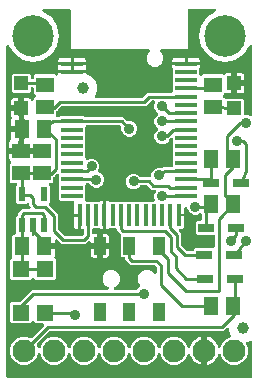
<source format=gbr>
G04 EAGLE Gerber RS-274X export*
G75*
%MOMM*%
%FSLAX34Y34*%
%LPD*%
%INTop Copper*%
%IPPOS*%
%AMOC8*
5,1,8,0,0,1.08239X$1,22.5*%
G01*
%ADD10R,1.850000X0.450000*%
%ADD11R,0.450000X1.850000*%
%ADD12R,1.200000X1.200000*%
%ADD13R,1.500000X1.300000*%
%ADD14R,1.300000X1.500000*%
%ADD15C,1.000000*%
%ADD16R,0.550000X1.200000*%
%ADD17C,3.516000*%
%ADD18R,1.000000X1.500000*%
%ADD19R,1.400000X1.400000*%
%ADD20R,1.350000X0.800000*%
%ADD21C,1.930400*%
%ADD22C,0.254000*%
%ADD23C,0.906400*%

G36*
X209668Y2556D02*
X209668Y2556D01*
X209787Y2563D01*
X209825Y2576D01*
X209866Y2581D01*
X209976Y2624D01*
X210089Y2661D01*
X210124Y2683D01*
X210161Y2698D01*
X210257Y2767D01*
X210358Y2831D01*
X210386Y2861D01*
X210419Y2884D01*
X210495Y2976D01*
X210576Y3063D01*
X210596Y3098D01*
X210621Y3129D01*
X210672Y3237D01*
X210730Y3341D01*
X210740Y3381D01*
X210757Y3417D01*
X210779Y3534D01*
X210809Y3649D01*
X210813Y3709D01*
X210817Y3729D01*
X210815Y3750D01*
X210819Y3810D01*
X210819Y32682D01*
X210813Y32732D01*
X210815Y32781D01*
X210793Y32889D01*
X210779Y32998D01*
X210761Y33044D01*
X210751Y33093D01*
X210703Y33192D01*
X210662Y33294D01*
X210633Y33334D01*
X210611Y33378D01*
X210540Y33462D01*
X210476Y33551D01*
X210437Y33583D01*
X210405Y33620D01*
X210315Y33684D01*
X210231Y33754D01*
X210186Y33775D01*
X210145Y33803D01*
X210042Y33842D01*
X209943Y33889D01*
X209894Y33899D01*
X209848Y33916D01*
X209738Y33928D01*
X209631Y33949D01*
X209581Y33946D01*
X209532Y33951D01*
X209423Y33936D01*
X209313Y33929D01*
X209266Y33914D01*
X209217Y33907D01*
X209064Y33855D01*
X206533Y32807D01*
X206430Y32748D01*
X206323Y32695D01*
X206292Y32669D01*
X206257Y32649D01*
X206171Y32566D01*
X206081Y32489D01*
X206058Y32456D01*
X206029Y32428D01*
X205966Y32326D01*
X205898Y32229D01*
X205884Y32191D01*
X205862Y32157D01*
X205827Y32043D01*
X205785Y31932D01*
X205781Y31891D01*
X205769Y31853D01*
X205763Y31734D01*
X205750Y31615D01*
X205756Y31575D01*
X205754Y31535D01*
X205778Y31419D01*
X205794Y31301D01*
X205814Y31244D01*
X205818Y31224D01*
X205827Y31205D01*
X205846Y31148D01*
X207265Y27724D01*
X207265Y23076D01*
X205486Y18781D01*
X202199Y15494D01*
X197904Y13715D01*
X193256Y13715D01*
X188961Y15494D01*
X185674Y18781D01*
X184287Y22130D01*
X184272Y22156D01*
X184263Y22184D01*
X184194Y22294D01*
X184130Y22406D01*
X184109Y22428D01*
X184093Y22453D01*
X183998Y22542D01*
X183908Y22635D01*
X183883Y22650D01*
X183861Y22671D01*
X183747Y22733D01*
X183637Y22801D01*
X183609Y22810D01*
X183582Y22824D01*
X183457Y22856D01*
X183333Y22894D01*
X183303Y22896D01*
X183274Y22903D01*
X183145Y22903D01*
X183016Y22910D01*
X182986Y22904D01*
X182956Y22904D01*
X182831Y22871D01*
X182704Y22845D01*
X182677Y22832D01*
X182648Y22825D01*
X182535Y22763D01*
X182418Y22706D01*
X182396Y22686D01*
X182369Y22672D01*
X182275Y22583D01*
X182176Y22499D01*
X182159Y22475D01*
X182137Y22454D01*
X182068Y22345D01*
X181993Y22239D01*
X181983Y22211D01*
X181967Y22186D01*
X181907Y22036D01*
X181479Y20720D01*
X180608Y19010D01*
X179480Y17457D01*
X178123Y16100D01*
X176570Y14972D01*
X174860Y14101D01*
X173035Y13507D01*
X172679Y13451D01*
X172679Y24170D01*
X172664Y24288D01*
X172657Y24407D01*
X172644Y24445D01*
X172639Y24485D01*
X172596Y24596D01*
X172559Y24709D01*
X172537Y24743D01*
X172522Y24781D01*
X172453Y24877D01*
X172389Y24978D01*
X172359Y25006D01*
X172336Y25038D01*
X172244Y25114D01*
X172157Y25196D01*
X172122Y25215D01*
X172091Y25241D01*
X171983Y25292D01*
X171879Y25349D01*
X171839Y25359D01*
X171803Y25377D01*
X171696Y25397D01*
X171726Y25401D01*
X171836Y25445D01*
X171949Y25481D01*
X171984Y25503D01*
X172021Y25518D01*
X172117Y25588D01*
X172218Y25651D01*
X172246Y25681D01*
X172279Y25705D01*
X172355Y25796D01*
X172436Y25883D01*
X172456Y25918D01*
X172481Y25950D01*
X172532Y26057D01*
X172590Y26162D01*
X172600Y26201D01*
X172617Y26237D01*
X172639Y26354D01*
X172669Y26470D01*
X172673Y26530D01*
X172677Y26550D01*
X172675Y26570D01*
X172677Y26576D01*
X172676Y26583D01*
X172679Y26630D01*
X172679Y37349D01*
X173035Y37293D01*
X174860Y36699D01*
X176570Y35828D01*
X178123Y34700D01*
X179480Y33343D01*
X180608Y31790D01*
X181479Y30080D01*
X181907Y28764D01*
X181920Y28737D01*
X181927Y28708D01*
X181950Y28664D01*
X181953Y28656D01*
X181963Y28640D01*
X181988Y28593D01*
X182043Y28476D01*
X182062Y28453D01*
X182076Y28426D01*
X182163Y28330D01*
X182245Y28231D01*
X182270Y28213D01*
X182290Y28191D01*
X182398Y28120D01*
X182503Y28044D01*
X182530Y28033D01*
X182555Y28016D01*
X182678Y27974D01*
X182798Y27927D01*
X182828Y27923D01*
X182856Y27913D01*
X182985Y27903D01*
X183114Y27887D01*
X183143Y27890D01*
X183173Y27888D01*
X183301Y27910D01*
X183429Y27926D01*
X183457Y27937D01*
X183486Y27942D01*
X183605Y27995D01*
X183725Y28043D01*
X183749Y28061D01*
X183776Y28073D01*
X183878Y28154D01*
X183982Y28230D01*
X184001Y28253D01*
X184025Y28271D01*
X184103Y28375D01*
X184185Y28475D01*
X184198Y28502D01*
X184216Y28526D01*
X184287Y28670D01*
X185674Y32019D01*
X188961Y35306D01*
X192058Y36589D01*
X192162Y36648D01*
X192269Y36700D01*
X192299Y36726D01*
X192335Y36746D01*
X192420Y36829D01*
X192511Y36906D01*
X192534Y36939D01*
X192563Y36968D01*
X192625Y37069D01*
X192694Y37166D01*
X192708Y37204D01*
X192729Y37239D01*
X192764Y37352D01*
X192806Y37464D01*
X192811Y37504D01*
X192823Y37543D01*
X192828Y37661D01*
X192842Y37780D01*
X192836Y37820D01*
X192838Y37860D01*
X192814Y37977D01*
X192797Y38095D01*
X192778Y38152D01*
X192774Y38172D01*
X192765Y38190D01*
X192745Y38247D01*
X191167Y42056D01*
X191167Y43732D01*
X191150Y43870D01*
X191137Y44009D01*
X191130Y44028D01*
X191127Y44048D01*
X191076Y44177D01*
X191029Y44308D01*
X191018Y44325D01*
X191010Y44343D01*
X190929Y44456D01*
X190851Y44571D01*
X190835Y44584D01*
X190824Y44601D01*
X190716Y44690D01*
X190612Y44782D01*
X190594Y44791D01*
X190579Y44804D01*
X190453Y44863D01*
X190329Y44926D01*
X190309Y44931D01*
X190291Y44939D01*
X190155Y44965D01*
X190019Y44996D01*
X189998Y44995D01*
X189979Y44999D01*
X189840Y44990D01*
X189701Y44986D01*
X189681Y44980D01*
X189661Y44979D01*
X189529Y44936D01*
X189395Y44898D01*
X189378Y44887D01*
X189359Y44881D01*
X189241Y44807D01*
X189121Y44736D01*
X189100Y44718D01*
X189090Y44711D01*
X189076Y44696D01*
X189001Y44630D01*
X186788Y42417D01*
X39994Y42417D01*
X39896Y42405D01*
X39797Y42402D01*
X39738Y42385D01*
X39678Y42377D01*
X39586Y42341D01*
X39491Y42313D01*
X39439Y42283D01*
X39383Y42260D01*
X39303Y42202D01*
X39217Y42152D01*
X39142Y42086D01*
X39125Y42074D01*
X39117Y42064D01*
X39096Y42046D01*
X28691Y31640D01*
X28673Y31617D01*
X28650Y31598D01*
X28576Y31491D01*
X28496Y31389D01*
X28484Y31362D01*
X28467Y31338D01*
X28421Y31216D01*
X28370Y31097D01*
X28365Y31068D01*
X28354Y31040D01*
X28340Y30911D01*
X28320Y30783D01*
X28322Y30753D01*
X28319Y30724D01*
X28337Y30596D01*
X28350Y30466D01*
X28360Y30438D01*
X28364Y30409D01*
X28416Y30257D01*
X29307Y28104D01*
X29376Y27983D01*
X29441Y27860D01*
X29455Y27845D01*
X29465Y27828D01*
X29562Y27728D01*
X29655Y27625D01*
X29672Y27614D01*
X29686Y27599D01*
X29805Y27527D01*
X29921Y27450D01*
X29940Y27444D01*
X29957Y27433D01*
X30090Y27392D01*
X30222Y27347D01*
X30242Y27346D01*
X30261Y27340D01*
X30400Y27333D01*
X30539Y27322D01*
X30559Y27325D01*
X30579Y27324D01*
X30715Y27353D01*
X30852Y27376D01*
X30871Y27385D01*
X30890Y27389D01*
X31016Y27450D01*
X31142Y27507D01*
X31158Y27520D01*
X31176Y27528D01*
X31282Y27619D01*
X31390Y27706D01*
X31403Y27722D01*
X31418Y27735D01*
X31498Y27848D01*
X31582Y27960D01*
X31594Y27985D01*
X31601Y27995D01*
X31608Y28014D01*
X31653Y28104D01*
X33274Y32019D01*
X36561Y35306D01*
X40856Y37085D01*
X45504Y37085D01*
X49799Y35306D01*
X53086Y32019D01*
X54707Y28104D01*
X54776Y27983D01*
X54841Y27860D01*
X54855Y27845D01*
X54865Y27828D01*
X54962Y27728D01*
X55055Y27625D01*
X55072Y27614D01*
X55086Y27599D01*
X55205Y27527D01*
X55321Y27450D01*
X55340Y27444D01*
X55357Y27433D01*
X55490Y27392D01*
X55622Y27347D01*
X55642Y27346D01*
X55661Y27340D01*
X55800Y27333D01*
X55939Y27322D01*
X55959Y27325D01*
X55979Y27324D01*
X56115Y27353D01*
X56252Y27376D01*
X56271Y27385D01*
X56290Y27389D01*
X56416Y27450D01*
X56542Y27507D01*
X56558Y27520D01*
X56576Y27528D01*
X56682Y27619D01*
X56790Y27706D01*
X56803Y27722D01*
X56818Y27735D01*
X56898Y27849D01*
X56982Y27960D01*
X56994Y27985D01*
X57001Y27995D01*
X57008Y28014D01*
X57053Y28104D01*
X58674Y32019D01*
X61961Y35306D01*
X66256Y37085D01*
X70904Y37085D01*
X75199Y35306D01*
X78486Y32019D01*
X80107Y28104D01*
X80176Y27983D01*
X80241Y27860D01*
X80255Y27845D01*
X80265Y27828D01*
X80362Y27728D01*
X80455Y27625D01*
X80472Y27614D01*
X80486Y27599D01*
X80605Y27527D01*
X80721Y27450D01*
X80740Y27444D01*
X80757Y27433D01*
X80890Y27392D01*
X81022Y27347D01*
X81042Y27346D01*
X81061Y27340D01*
X81200Y27333D01*
X81339Y27322D01*
X81359Y27325D01*
X81379Y27324D01*
X81515Y27353D01*
X81652Y27376D01*
X81671Y27385D01*
X81690Y27389D01*
X81816Y27450D01*
X81942Y27507D01*
X81958Y27520D01*
X81976Y27528D01*
X82082Y27619D01*
X82190Y27706D01*
X82203Y27722D01*
X82218Y27735D01*
X82298Y27849D01*
X82382Y27960D01*
X82394Y27985D01*
X82401Y27995D01*
X82408Y28014D01*
X82453Y28104D01*
X84074Y32019D01*
X87361Y35306D01*
X91656Y37085D01*
X96304Y37085D01*
X100599Y35306D01*
X103886Y32019D01*
X105507Y28104D01*
X105576Y27983D01*
X105641Y27860D01*
X105655Y27845D01*
X105665Y27828D01*
X105762Y27728D01*
X105855Y27625D01*
X105872Y27614D01*
X105886Y27599D01*
X106005Y27527D01*
X106121Y27450D01*
X106140Y27444D01*
X106157Y27433D01*
X106290Y27392D01*
X106422Y27347D01*
X106442Y27346D01*
X106461Y27340D01*
X106600Y27333D01*
X106739Y27322D01*
X106759Y27325D01*
X106779Y27324D01*
X106915Y27353D01*
X107052Y27376D01*
X107071Y27385D01*
X107090Y27389D01*
X107216Y27450D01*
X107342Y27507D01*
X107358Y27520D01*
X107376Y27528D01*
X107482Y27619D01*
X107590Y27706D01*
X107603Y27722D01*
X107618Y27735D01*
X107698Y27849D01*
X107782Y27960D01*
X107794Y27985D01*
X107801Y27995D01*
X107808Y28014D01*
X107853Y28104D01*
X109474Y32019D01*
X112761Y35306D01*
X117056Y37085D01*
X121704Y37085D01*
X125999Y35306D01*
X129286Y32019D01*
X130907Y28104D01*
X130976Y27983D01*
X131041Y27860D01*
X131055Y27845D01*
X131065Y27828D01*
X131162Y27728D01*
X131255Y27625D01*
X131272Y27614D01*
X131286Y27599D01*
X131405Y27527D01*
X131521Y27450D01*
X131540Y27444D01*
X131557Y27433D01*
X131690Y27392D01*
X131822Y27347D01*
X131842Y27346D01*
X131861Y27340D01*
X132000Y27333D01*
X132139Y27322D01*
X132159Y27325D01*
X132179Y27324D01*
X132315Y27353D01*
X132452Y27376D01*
X132471Y27385D01*
X132490Y27389D01*
X132616Y27450D01*
X132742Y27507D01*
X132758Y27520D01*
X132776Y27528D01*
X132882Y27619D01*
X132990Y27706D01*
X133003Y27722D01*
X133018Y27735D01*
X133098Y27849D01*
X133182Y27960D01*
X133194Y27985D01*
X133201Y27995D01*
X133208Y28014D01*
X133253Y28104D01*
X134874Y32019D01*
X138161Y35306D01*
X142456Y37085D01*
X147104Y37085D01*
X151399Y35306D01*
X154686Y32019D01*
X156073Y28670D01*
X156079Y28659D01*
X156080Y28656D01*
X156088Y28644D01*
X156097Y28616D01*
X156166Y28506D01*
X156230Y28394D01*
X156251Y28372D01*
X156267Y28347D01*
X156362Y28258D01*
X156452Y28165D01*
X156477Y28150D01*
X156499Y28129D01*
X156613Y28067D01*
X156723Y27999D01*
X156751Y27990D01*
X156778Y27976D01*
X156903Y27944D01*
X157027Y27906D01*
X157057Y27904D01*
X157086Y27897D01*
X157215Y27897D01*
X157344Y27890D01*
X157374Y27896D01*
X157404Y27896D01*
X157529Y27929D01*
X157656Y27955D01*
X157683Y27968D01*
X157712Y27975D01*
X157825Y28037D01*
X157942Y28094D01*
X157964Y28114D01*
X157991Y28128D01*
X158085Y28217D01*
X158184Y28301D01*
X158201Y28325D01*
X158223Y28346D01*
X158292Y28455D01*
X158367Y28561D01*
X158377Y28589D01*
X158393Y28614D01*
X158453Y28764D01*
X158881Y30080D01*
X159752Y31790D01*
X160880Y33343D01*
X162237Y34700D01*
X163790Y35828D01*
X165500Y36699D01*
X167325Y37293D01*
X167681Y37349D01*
X167681Y26630D01*
X167696Y26512D01*
X167703Y26393D01*
X167715Y26355D01*
X167721Y26315D01*
X167764Y26204D01*
X167801Y26091D01*
X167823Y26057D01*
X167838Y26019D01*
X167907Y25923D01*
X167971Y25822D01*
X168001Y25794D01*
X168024Y25762D01*
X168116Y25686D01*
X168203Y25604D01*
X168238Y25585D01*
X168269Y25559D01*
X168377Y25508D01*
X168481Y25451D01*
X168521Y25441D01*
X168557Y25423D01*
X168664Y25403D01*
X168634Y25399D01*
X168524Y25355D01*
X168411Y25319D01*
X168376Y25297D01*
X168339Y25282D01*
X168242Y25212D01*
X168142Y25149D01*
X168114Y25119D01*
X168081Y25095D01*
X168005Y25004D01*
X167924Y24917D01*
X167904Y24882D01*
X167879Y24850D01*
X167828Y24743D01*
X167770Y24638D01*
X167760Y24599D01*
X167743Y24563D01*
X167721Y24446D01*
X167691Y24330D01*
X167687Y24270D01*
X167683Y24250D01*
X167685Y24230D01*
X167681Y24170D01*
X167681Y13451D01*
X167325Y13507D01*
X165500Y14101D01*
X163790Y14972D01*
X162237Y16100D01*
X160880Y17457D01*
X159752Y19010D01*
X158881Y20720D01*
X158453Y22036D01*
X158440Y22063D01*
X158433Y22092D01*
X158372Y22207D01*
X158317Y22324D01*
X158298Y22347D01*
X158284Y22374D01*
X158197Y22470D01*
X158115Y22569D01*
X158090Y22587D01*
X158070Y22609D01*
X157962Y22680D01*
X157857Y22756D01*
X157830Y22767D01*
X157805Y22784D01*
X157682Y22826D01*
X157562Y22873D01*
X157532Y22877D01*
X157504Y22887D01*
X157375Y22897D01*
X157246Y22913D01*
X157217Y22910D01*
X157187Y22912D01*
X157059Y22890D01*
X156931Y22874D01*
X156903Y22863D01*
X156874Y22858D01*
X156755Y22805D01*
X156635Y22757D01*
X156611Y22739D01*
X156584Y22727D01*
X156482Y22646D01*
X156378Y22570D01*
X156359Y22547D01*
X156335Y22529D01*
X156257Y22425D01*
X156175Y22325D01*
X156162Y22298D01*
X156144Y22274D01*
X156073Y22130D01*
X154686Y18781D01*
X151399Y15494D01*
X147104Y13715D01*
X142456Y13715D01*
X138161Y15494D01*
X134874Y18781D01*
X133253Y22696D01*
X133184Y22816D01*
X133119Y22940D01*
X133105Y22954D01*
X133095Y22972D01*
X132998Y23072D01*
X132905Y23175D01*
X132888Y23186D01*
X132874Y23201D01*
X132756Y23273D01*
X132639Y23350D01*
X132620Y23356D01*
X132603Y23367D01*
X132470Y23408D01*
X132338Y23453D01*
X132318Y23454D01*
X132299Y23460D01*
X132160Y23467D01*
X132021Y23478D01*
X132001Y23475D01*
X131981Y23476D01*
X131845Y23447D01*
X131708Y23424D01*
X131690Y23415D01*
X131670Y23411D01*
X131544Y23350D01*
X131418Y23293D01*
X131402Y23280D01*
X131384Y23272D01*
X131278Y23181D01*
X131170Y23094D01*
X131157Y23078D01*
X131142Y23065D01*
X131062Y22951D01*
X130978Y22840D01*
X130966Y22815D01*
X130959Y22805D01*
X130952Y22786D01*
X130907Y22696D01*
X129286Y18781D01*
X125999Y15494D01*
X121704Y13715D01*
X117056Y13715D01*
X112761Y15494D01*
X109474Y18781D01*
X107853Y22696D01*
X107784Y22816D01*
X107719Y22940D01*
X107705Y22954D01*
X107695Y22972D01*
X107598Y23072D01*
X107505Y23175D01*
X107488Y23186D01*
X107474Y23201D01*
X107356Y23273D01*
X107239Y23350D01*
X107220Y23356D01*
X107203Y23367D01*
X107070Y23408D01*
X106938Y23453D01*
X106918Y23454D01*
X106899Y23460D01*
X106760Y23467D01*
X106621Y23478D01*
X106601Y23475D01*
X106581Y23476D01*
X106445Y23447D01*
X106308Y23424D01*
X106290Y23415D01*
X106270Y23411D01*
X106144Y23350D01*
X106018Y23293D01*
X106002Y23280D01*
X105984Y23272D01*
X105878Y23181D01*
X105770Y23094D01*
X105757Y23078D01*
X105742Y23065D01*
X105662Y22951D01*
X105578Y22840D01*
X105566Y22815D01*
X105559Y22805D01*
X105552Y22786D01*
X105507Y22696D01*
X103886Y18781D01*
X100599Y15494D01*
X96304Y13715D01*
X91656Y13715D01*
X87361Y15494D01*
X84074Y18781D01*
X82453Y22696D01*
X82384Y22816D01*
X82319Y22940D01*
X82305Y22954D01*
X82295Y22972D01*
X82198Y23072D01*
X82105Y23175D01*
X82088Y23186D01*
X82074Y23201D01*
X81956Y23273D01*
X81839Y23350D01*
X81820Y23356D01*
X81803Y23367D01*
X81670Y23408D01*
X81538Y23453D01*
X81518Y23454D01*
X81499Y23460D01*
X81360Y23467D01*
X81221Y23478D01*
X81201Y23475D01*
X81181Y23476D01*
X81045Y23447D01*
X80908Y23424D01*
X80890Y23415D01*
X80870Y23411D01*
X80744Y23350D01*
X80618Y23293D01*
X80602Y23280D01*
X80584Y23272D01*
X80478Y23181D01*
X80370Y23094D01*
X80357Y23078D01*
X80342Y23065D01*
X80262Y22951D01*
X80178Y22840D01*
X80166Y22815D01*
X80159Y22805D01*
X80152Y22786D01*
X80107Y22696D01*
X78486Y18781D01*
X75199Y15494D01*
X70904Y13715D01*
X66256Y13715D01*
X61961Y15494D01*
X58674Y18781D01*
X57053Y22696D01*
X56984Y22816D01*
X56919Y22940D01*
X56905Y22954D01*
X56895Y22972D01*
X56798Y23072D01*
X56705Y23175D01*
X56688Y23186D01*
X56674Y23201D01*
X56556Y23273D01*
X56439Y23350D01*
X56420Y23356D01*
X56403Y23367D01*
X56270Y23408D01*
X56138Y23453D01*
X56118Y23454D01*
X56099Y23460D01*
X55960Y23467D01*
X55821Y23478D01*
X55801Y23475D01*
X55781Y23476D01*
X55645Y23447D01*
X55508Y23424D01*
X55490Y23415D01*
X55470Y23411D01*
X55344Y23350D01*
X55218Y23293D01*
X55202Y23280D01*
X55184Y23272D01*
X55078Y23181D01*
X54970Y23094D01*
X54957Y23078D01*
X54942Y23065D01*
X54862Y22951D01*
X54778Y22840D01*
X54766Y22815D01*
X54759Y22805D01*
X54752Y22786D01*
X54707Y22696D01*
X53086Y18781D01*
X49799Y15494D01*
X45504Y13715D01*
X40856Y13715D01*
X36561Y15494D01*
X33274Y18781D01*
X31653Y22696D01*
X31584Y22816D01*
X31519Y22940D01*
X31505Y22954D01*
X31495Y22972D01*
X31398Y23072D01*
X31305Y23175D01*
X31288Y23186D01*
X31274Y23201D01*
X31156Y23273D01*
X31039Y23350D01*
X31020Y23356D01*
X31003Y23367D01*
X30870Y23408D01*
X30738Y23453D01*
X30718Y23454D01*
X30699Y23460D01*
X30560Y23467D01*
X30421Y23478D01*
X30401Y23475D01*
X30381Y23476D01*
X30245Y23447D01*
X30108Y23424D01*
X30090Y23415D01*
X30070Y23411D01*
X29944Y23350D01*
X29818Y23293D01*
X29802Y23280D01*
X29784Y23272D01*
X29678Y23181D01*
X29570Y23094D01*
X29557Y23078D01*
X29542Y23065D01*
X29462Y22951D01*
X29378Y22840D01*
X29366Y22815D01*
X29359Y22805D01*
X29352Y22786D01*
X29307Y22696D01*
X27686Y18781D01*
X24399Y15494D01*
X20104Y13715D01*
X15456Y13715D01*
X11161Y15494D01*
X7874Y18781D01*
X6095Y23076D01*
X6095Y27724D01*
X7874Y32019D01*
X11161Y35306D01*
X15456Y37085D01*
X20104Y37085D01*
X22637Y36036D01*
X22665Y36028D01*
X22692Y36014D01*
X22818Y35986D01*
X22944Y35952D01*
X22973Y35951D01*
X23002Y35945D01*
X23132Y35949D01*
X23262Y35947D01*
X23290Y35954D01*
X23320Y35954D01*
X23444Y35991D01*
X23571Y36021D01*
X23597Y36035D01*
X23625Y36043D01*
X23737Y36109D01*
X23852Y36170D01*
X23874Y36189D01*
X23899Y36204D01*
X24020Y36311D01*
X34210Y46501D01*
X34295Y46610D01*
X34384Y46717D01*
X34392Y46736D01*
X34405Y46752D01*
X34460Y46880D01*
X34519Y47005D01*
X34523Y47025D01*
X34531Y47044D01*
X34553Y47182D01*
X34579Y47318D01*
X34578Y47338D01*
X34581Y47358D01*
X34568Y47497D01*
X34559Y47635D01*
X34553Y47654D01*
X34551Y47674D01*
X34504Y47806D01*
X34461Y47937D01*
X34450Y47955D01*
X34443Y47974D01*
X34365Y48089D01*
X34291Y48206D01*
X34276Y48220D01*
X34265Y48237D01*
X34161Y48329D01*
X34059Y48424D01*
X34042Y48434D01*
X34026Y48447D01*
X33903Y48510D01*
X33781Y48578D01*
X33761Y48583D01*
X33743Y48592D01*
X33607Y48622D01*
X33473Y48657D01*
X33445Y48659D01*
X33433Y48662D01*
X33412Y48661D01*
X33312Y48667D01*
X27718Y48667D01*
X26297Y50088D01*
X26203Y50161D01*
X26114Y50240D01*
X26078Y50258D01*
X26046Y50283D01*
X25937Y50330D01*
X25831Y50384D01*
X25792Y50393D01*
X25754Y50409D01*
X25637Y50428D01*
X25521Y50454D01*
X25480Y50453D01*
X25440Y50459D01*
X25322Y50448D01*
X25203Y50444D01*
X25164Y50433D01*
X25124Y50429D01*
X25012Y50389D01*
X24897Y50356D01*
X24862Y50335D01*
X24824Y50322D01*
X24726Y50255D01*
X24623Y50194D01*
X24578Y50154D01*
X24561Y50143D01*
X24548Y50128D01*
X24502Y50088D01*
X23082Y48667D01*
X7398Y48667D01*
X6207Y49858D01*
X6207Y65542D01*
X7398Y66733D01*
X13276Y66733D01*
X13374Y66745D01*
X13473Y66748D01*
X13532Y66765D01*
X13592Y66773D01*
X13684Y66809D01*
X13779Y66837D01*
X13831Y66867D01*
X13887Y66890D01*
X13968Y66948D01*
X14053Y66998D01*
X14128Y67064D01*
X14145Y67076D01*
X14153Y67086D01*
X14174Y67104D01*
X21726Y74656D01*
X24032Y76963D01*
X88281Y76963D01*
X88350Y76971D01*
X88420Y76970D01*
X88508Y76991D01*
X88597Y77003D01*
X88662Y77028D01*
X88730Y77045D01*
X88809Y77087D01*
X88892Y77120D01*
X88949Y77161D01*
X89011Y77193D01*
X89077Y77254D01*
X89150Y77306D01*
X89194Y77360D01*
X89246Y77407D01*
X89295Y77482D01*
X89353Y77551D01*
X89382Y77615D01*
X89421Y77673D01*
X89450Y77758D01*
X89488Y77839D01*
X89501Y77908D01*
X89524Y77974D01*
X89531Y78063D01*
X89548Y78151D01*
X89544Y78221D01*
X89549Y78291D01*
X89534Y78379D01*
X89528Y78469D01*
X89507Y78535D01*
X89495Y78604D01*
X89458Y78686D01*
X89430Y78771D01*
X89393Y78830D01*
X89364Y78894D01*
X89308Y78964D01*
X89260Y79040D01*
X89209Y79088D01*
X89166Y79142D01*
X89094Y79197D01*
X89028Y79258D01*
X88967Y79292D01*
X88911Y79334D01*
X88767Y79405D01*
X87409Y79967D01*
X85287Y82089D01*
X84139Y84860D01*
X84139Y87860D01*
X85287Y90631D01*
X87409Y92753D01*
X90180Y93901D01*
X93180Y93901D01*
X95951Y92753D01*
X98073Y90631D01*
X99221Y87860D01*
X99221Y84860D01*
X98073Y82089D01*
X95951Y79967D01*
X94593Y79405D01*
X94532Y79370D01*
X94468Y79344D01*
X94395Y79292D01*
X94317Y79247D01*
X94267Y79199D01*
X94210Y79158D01*
X94153Y79088D01*
X94088Y79026D01*
X94052Y78966D01*
X94007Y78913D01*
X93969Y78831D01*
X93922Y78755D01*
X93902Y78688D01*
X93872Y78625D01*
X93855Y78537D01*
X93829Y78451D01*
X93825Y78381D01*
X93812Y78312D01*
X93818Y78223D01*
X93813Y78133D01*
X93828Y78065D01*
X93832Y77995D01*
X93859Y77910D01*
X93878Y77822D01*
X93908Y77759D01*
X93930Y77693D01*
X93978Y77617D01*
X94017Y77536D01*
X94063Y77483D01*
X94100Y77424D01*
X94165Y77362D01*
X94224Y77294D01*
X94281Y77254D01*
X94332Y77206D01*
X94410Y77163D01*
X94484Y77111D01*
X94549Y77086D01*
X94610Y77052D01*
X94697Y77030D01*
X94781Y76998D01*
X94851Y76990D01*
X94918Y76973D01*
X95079Y76963D01*
X112406Y76963D01*
X112504Y76975D01*
X112603Y76978D01*
X112662Y76995D01*
X112722Y77003D01*
X112814Y77039D01*
X112909Y77067D01*
X112961Y77097D01*
X113017Y77120D01*
X113097Y77178D01*
X113183Y77228D01*
X113258Y77294D01*
X113275Y77306D01*
X113283Y77316D01*
X113304Y77334D01*
X115775Y79806D01*
X115848Y79900D01*
X115927Y79989D01*
X115945Y80025D01*
X115970Y80057D01*
X116017Y80167D01*
X116071Y80272D01*
X116080Y80312D01*
X116096Y80349D01*
X116115Y80467D01*
X116141Y80583D01*
X116140Y80623D01*
X116146Y80663D01*
X116135Y80782D01*
X116131Y80901D01*
X116120Y80939D01*
X116116Y80980D01*
X116076Y81092D01*
X116043Y81206D01*
X116022Y81241D01*
X116009Y81279D01*
X115942Y81377D01*
X115881Y81480D01*
X115842Y81525D01*
X115830Y81542D01*
X115815Y81556D01*
X115775Y81601D01*
X115287Y82089D01*
X114139Y84860D01*
X114139Y87860D01*
X115287Y90631D01*
X117409Y92753D01*
X120180Y93901D01*
X123180Y93901D01*
X125951Y92753D01*
X127881Y90824D01*
X127990Y90738D01*
X128097Y90650D01*
X128116Y90641D01*
X128132Y90629D01*
X128260Y90573D01*
X128385Y90514D01*
X128405Y90510D01*
X128424Y90502D01*
X128562Y90480D01*
X128698Y90454D01*
X128718Y90456D01*
X128738Y90453D01*
X128877Y90466D01*
X129015Y90474D01*
X129034Y90480D01*
X129054Y90482D01*
X129186Y90530D01*
X129317Y90572D01*
X129335Y90583D01*
X129354Y90590D01*
X129469Y90668D01*
X129586Y90742D01*
X129600Y90757D01*
X129617Y90769D01*
X129709Y90873D01*
X129804Y90974D01*
X129814Y90992D01*
X129827Y91007D01*
X129891Y91131D01*
X129958Y91253D01*
X129963Y91272D01*
X129972Y91290D01*
X130002Y91426D01*
X130037Y91560D01*
X130039Y91589D01*
X130042Y91600D01*
X130041Y91621D01*
X130047Y91721D01*
X130047Y95896D01*
X130035Y95994D01*
X130032Y96093D01*
X130015Y96152D01*
X130007Y96212D01*
X129971Y96304D01*
X129943Y96399D01*
X129913Y96451D01*
X129890Y96507D01*
X129832Y96587D01*
X129782Y96673D01*
X129716Y96748D01*
X129704Y96765D01*
X129694Y96773D01*
X129676Y96794D01*
X128544Y97926D01*
X128465Y97986D01*
X128393Y98054D01*
X128340Y98083D01*
X128292Y98120D01*
X128201Y98160D01*
X128115Y98208D01*
X128056Y98223D01*
X128001Y98247D01*
X127903Y98262D01*
X127807Y98287D01*
X127707Y98293D01*
X127686Y98297D01*
X127674Y98295D01*
X127646Y98297D01*
X107852Y98297D01*
X103377Y102772D01*
X103377Y103558D01*
X103362Y103676D01*
X103355Y103795D01*
X103342Y103833D01*
X103337Y103874D01*
X103294Y103984D01*
X103257Y104097D01*
X103235Y104132D01*
X103220Y104169D01*
X103151Y104265D01*
X103087Y104366D01*
X103057Y104394D01*
X103034Y104427D01*
X102942Y104503D01*
X102855Y104584D01*
X102820Y104604D01*
X102789Y104629D01*
X102681Y104680D01*
X102577Y104738D01*
X102537Y104748D01*
X102501Y104765D01*
X102384Y104787D01*
X102269Y104817D01*
X102209Y104821D01*
X102189Y104825D01*
X102168Y104823D01*
X102108Y104827D01*
X100838Y104827D01*
X99647Y106018D01*
X99647Y122728D01*
X99692Y122778D01*
X99710Y122814D01*
X99735Y122846D01*
X99782Y122955D01*
X99836Y123061D01*
X99845Y123100D01*
X99861Y123138D01*
X99880Y123255D01*
X99906Y123371D01*
X99905Y123412D01*
X99911Y123452D01*
X99900Y123570D01*
X99896Y123689D01*
X99885Y123728D01*
X99881Y123768D01*
X99841Y123880D01*
X99808Y123995D01*
X99787Y124030D01*
X99773Y124068D01*
X99707Y124166D01*
X99646Y124269D01*
X99606Y124314D01*
X99595Y124331D01*
X99580Y124344D01*
X99540Y124389D01*
X97926Y126004D01*
X96377Y127552D01*
X96377Y127798D01*
X96362Y127916D01*
X96355Y128035D01*
X96342Y128073D01*
X96337Y128114D01*
X96294Y128224D01*
X96257Y128337D01*
X96235Y128372D01*
X96220Y128409D01*
X96151Y128505D01*
X96087Y128606D01*
X96057Y128634D01*
X96034Y128667D01*
X95942Y128743D01*
X95855Y128824D01*
X95820Y128844D01*
X95789Y128869D01*
X95681Y128920D01*
X95577Y128978D01*
X95537Y128988D01*
X95501Y129005D01*
X95384Y129027D01*
X95269Y129057D01*
X95209Y129061D01*
X95189Y129065D01*
X95168Y129063D01*
X95108Y129067D01*
X89831Y129067D01*
X89739Y129056D01*
X89647Y129054D01*
X89582Y129036D01*
X89515Y129027D01*
X89429Y128993D01*
X89340Y128969D01*
X89235Y128917D01*
X89220Y128910D01*
X89213Y128905D01*
X89196Y128897D01*
X88911Y128732D01*
X88264Y128559D01*
X86949Y128559D01*
X86949Y140350D01*
X86949Y152141D01*
X88264Y152141D01*
X88911Y151968D01*
X89196Y151803D01*
X89281Y151767D01*
X89362Y151722D01*
X89427Y151706D01*
X89489Y151680D01*
X89581Y151666D01*
X89670Y151643D01*
X89787Y151636D01*
X89804Y151633D01*
X89812Y151634D01*
X89831Y151633D01*
X127511Y151633D01*
X127560Y151639D01*
X127610Y151637D01*
X127717Y151659D01*
X127826Y151673D01*
X127873Y151691D01*
X127921Y151701D01*
X128020Y151749D01*
X128122Y151790D01*
X128162Y151819D01*
X128207Y151841D01*
X128290Y151912D01*
X128379Y151976D01*
X128411Y152015D01*
X128449Y152047D01*
X128512Y152137D01*
X128582Y152221D01*
X128603Y152266D01*
X128632Y152307D01*
X128671Y152410D01*
X128718Y152509D01*
X128727Y152558D01*
X128745Y152604D01*
X128757Y152714D01*
X128777Y152821D01*
X128774Y152871D01*
X128780Y152920D01*
X128765Y153029D01*
X128758Y153139D01*
X128742Y153186D01*
X128735Y153235D01*
X128683Y153388D01*
X128055Y154904D01*
X128055Y157516D01*
X129102Y160042D01*
X129115Y160090D01*
X129136Y160135D01*
X129157Y160243D01*
X129186Y160349D01*
X129187Y160399D01*
X129196Y160448D01*
X129189Y160557D01*
X129191Y160667D01*
X129179Y160715D01*
X129176Y160765D01*
X129142Y160869D01*
X129117Y160976D01*
X129093Y161020D01*
X129078Y161067D01*
X129019Y161160D01*
X128968Y161257D01*
X128935Y161294D01*
X128908Y161336D01*
X128828Y161411D01*
X128754Y161493D01*
X128713Y161520D01*
X128676Y161554D01*
X128580Y161607D01*
X128488Y161667D01*
X128441Y161684D01*
X128398Y161708D01*
X128292Y161735D01*
X128187Y161771D01*
X128138Y161775D01*
X128090Y161787D01*
X127929Y161797D01*
X125632Y161797D01*
X122194Y165236D01*
X122115Y165296D01*
X122043Y165364D01*
X121990Y165393D01*
X121942Y165430D01*
X121851Y165470D01*
X121765Y165518D01*
X121706Y165533D01*
X121651Y165557D01*
X121553Y165572D01*
X121457Y165597D01*
X121357Y165603D01*
X121336Y165607D01*
X121324Y165605D01*
X121296Y165607D01*
X116997Y165607D01*
X116899Y165595D01*
X116800Y165592D01*
X116742Y165575D01*
X116681Y165567D01*
X116589Y165531D01*
X116494Y165503D01*
X116442Y165473D01*
X116386Y165450D01*
X116306Y165392D01*
X116220Y165342D01*
X116145Y165276D01*
X116128Y165264D01*
X116121Y165254D01*
X116099Y165236D01*
X114209Y163345D01*
X111796Y162345D01*
X109184Y162345D01*
X106771Y163345D01*
X104925Y165191D01*
X103925Y167604D01*
X103925Y170216D01*
X104925Y172629D01*
X106771Y174475D01*
X109184Y175475D01*
X111796Y175475D01*
X114209Y174475D01*
X116099Y172584D01*
X116178Y172524D01*
X116250Y172456D01*
X116303Y172427D01*
X116351Y172390D01*
X116442Y172350D01*
X116528Y172302D01*
X116587Y172287D01*
X116643Y172263D01*
X116741Y172248D01*
X116836Y172223D01*
X116936Y172217D01*
X116957Y172213D01*
X116969Y172215D01*
X116997Y172213D01*
X124246Y172213D01*
X124364Y172228D01*
X124483Y172235D01*
X124521Y172248D01*
X124562Y172253D01*
X124672Y172296D01*
X124785Y172333D01*
X124820Y172355D01*
X124857Y172370D01*
X124953Y172439D01*
X125054Y172503D01*
X125082Y172533D01*
X125115Y172556D01*
X125191Y172648D01*
X125272Y172735D01*
X125292Y172770D01*
X125317Y172801D01*
X125368Y172909D01*
X125426Y173013D01*
X125436Y173053D01*
X125453Y173089D01*
X125475Y173206D01*
X125505Y173321D01*
X125509Y173381D01*
X125513Y173401D01*
X125511Y173422D01*
X125515Y173482D01*
X125515Y175296D01*
X126515Y177709D01*
X128361Y179555D01*
X130774Y180555D01*
X133386Y180555D01*
X133916Y180335D01*
X133945Y180327D01*
X133971Y180314D01*
X134098Y180285D01*
X134223Y180251D01*
X134252Y180251D01*
X134281Y180244D01*
X134411Y180248D01*
X134541Y180246D01*
X134570Y180253D01*
X134599Y180254D01*
X134724Y180290D01*
X134850Y180320D01*
X134876Y180334D01*
X134905Y180342D01*
X135017Y180408D01*
X135131Y180469D01*
X135153Y180489D01*
X135179Y180504D01*
X135299Y180610D01*
X135612Y180923D01*
X135616Y180923D01*
X135768Y180943D01*
X135773Y180944D01*
X135778Y180945D01*
X135921Y181003D01*
X136064Y181060D01*
X136068Y181062D01*
X136072Y181064D01*
X136082Y181071D01*
X137112Y180917D01*
X137126Y180916D01*
X137139Y180913D01*
X137300Y180903D01*
X142378Y180903D01*
X142496Y180918D01*
X142615Y180925D01*
X142653Y180938D01*
X142694Y180943D01*
X142804Y180986D01*
X142917Y181023D01*
X142952Y181045D01*
X142989Y181060D01*
X143085Y181129D01*
X143186Y181193D01*
X143214Y181223D01*
X143247Y181246D01*
X143323Y181338D01*
X143404Y181425D01*
X143424Y181460D01*
X143449Y181491D01*
X143500Y181599D01*
X143558Y181703D01*
X143568Y181743D01*
X143585Y181779D01*
X143607Y181896D01*
X143637Y182011D01*
X143641Y182071D01*
X143645Y182091D01*
X143643Y182112D01*
X143647Y182172D01*
X143647Y204492D01*
X143630Y204630D01*
X143617Y204769D01*
X143610Y204788D01*
X143607Y204808D01*
X143556Y204937D01*
X143509Y205068D01*
X143498Y205085D01*
X143490Y205103D01*
X143409Y205216D01*
X143331Y205331D01*
X143315Y205344D01*
X143304Y205361D01*
X143196Y205450D01*
X143092Y205542D01*
X143074Y205551D01*
X143059Y205564D01*
X142933Y205623D01*
X142809Y205686D01*
X142789Y205691D01*
X142771Y205699D01*
X142635Y205725D01*
X142499Y205756D01*
X142478Y205755D01*
X142459Y205759D01*
X142320Y205750D01*
X142181Y205746D01*
X142161Y205740D01*
X142141Y205739D01*
X142009Y205696D01*
X141875Y205658D01*
X141858Y205647D01*
X141839Y205641D01*
X141721Y205567D01*
X141601Y205496D01*
X141580Y205478D01*
X141570Y205471D01*
X141556Y205456D01*
X141481Y205390D01*
X140932Y204841D01*
X140926Y204834D01*
X140919Y204828D01*
X140829Y204708D01*
X140737Y204590D01*
X140733Y204581D01*
X140728Y204574D01*
X140657Y204429D01*
X140185Y203291D01*
X138339Y201445D01*
X135926Y200445D01*
X133314Y200445D01*
X130901Y201445D01*
X129055Y203291D01*
X128055Y205704D01*
X128055Y208316D01*
X129055Y210729D01*
X130789Y212463D01*
X130862Y212557D01*
X130940Y212646D01*
X130959Y212682D01*
X130984Y212714D01*
X131031Y212823D01*
X131085Y212929D01*
X131094Y212968D01*
X131110Y213006D01*
X131129Y213123D01*
X131155Y213239D01*
X131153Y213280D01*
X131160Y213320D01*
X131149Y213438D01*
X131145Y213557D01*
X131134Y213596D01*
X131130Y213636D01*
X131090Y213748D01*
X131057Y213863D01*
X131036Y213898D01*
X131022Y213936D01*
X130955Y214034D01*
X130895Y214137D01*
X130855Y214182D01*
X130844Y214199D01*
X130828Y214212D01*
X130789Y214258D01*
X129055Y215991D01*
X128055Y218404D01*
X128055Y221016D01*
X129055Y223429D01*
X130789Y225163D01*
X130862Y225257D01*
X130940Y225346D01*
X130959Y225382D01*
X130984Y225414D01*
X131031Y225523D01*
X131085Y225629D01*
X131094Y225668D01*
X131110Y225706D01*
X131129Y225823D01*
X131155Y225939D01*
X131153Y225980D01*
X131160Y226020D01*
X131149Y226138D01*
X131145Y226257D01*
X131134Y226296D01*
X131130Y226336D01*
X131090Y226448D01*
X131057Y226563D01*
X131036Y226598D01*
X131022Y226636D01*
X130955Y226734D01*
X130895Y226837D01*
X130855Y226882D01*
X130844Y226899D01*
X130828Y226912D01*
X130789Y226958D01*
X129055Y228691D01*
X128055Y231104D01*
X128055Y233716D01*
X128812Y235542D01*
X128825Y235590D01*
X128846Y235635D01*
X128867Y235743D01*
X128896Y235849D01*
X128897Y235899D01*
X128906Y235948D01*
X128899Y236057D01*
X128901Y236167D01*
X128889Y236215D01*
X128886Y236265D01*
X128852Y236369D01*
X128827Y236476D01*
X128803Y236520D01*
X128788Y236567D01*
X128729Y236660D01*
X128678Y236757D01*
X128645Y236794D01*
X128618Y236836D01*
X128538Y236911D01*
X128464Y236993D01*
X128423Y237020D01*
X128386Y237054D01*
X128290Y237107D01*
X128198Y237167D01*
X128151Y237184D01*
X128108Y237208D01*
X128002Y237235D01*
X127898Y237271D01*
X127848Y237275D01*
X127800Y237287D01*
X127639Y237297D01*
X125654Y237297D01*
X125556Y237285D01*
X125457Y237282D01*
X125398Y237265D01*
X125338Y237257D01*
X125246Y237221D01*
X125151Y237193D01*
X125099Y237163D01*
X125043Y237140D01*
X124963Y237082D01*
X124877Y237032D01*
X124802Y236966D01*
X124785Y236954D01*
X124777Y236944D01*
X124756Y236926D01*
X120748Y232917D01*
X50154Y232917D01*
X50056Y232905D01*
X49957Y232902D01*
X49898Y232885D01*
X49838Y232877D01*
X49746Y232841D01*
X49651Y232813D01*
X49599Y232783D01*
X49543Y232760D01*
X49463Y232702D01*
X49377Y232652D01*
X49302Y232586D01*
X49285Y232574D01*
X49277Y232564D01*
X49256Y232546D01*
X46694Y229983D01*
X46666Y229948D01*
X46633Y229918D01*
X46569Y229823D01*
X46499Y229732D01*
X46481Y229691D01*
X46456Y229654D01*
X46419Y229548D01*
X45545Y228814D01*
X45441Y228701D01*
X45336Y228589D01*
X45333Y228584D01*
X45329Y228580D01*
X45256Y228445D01*
X45182Y228311D01*
X45181Y228305D01*
X45178Y228300D01*
X45141Y228150D01*
X45103Y228003D01*
X45102Y227995D01*
X45102Y227992D01*
X45102Y227982D01*
X45093Y227842D01*
X45093Y224172D01*
X45108Y224054D01*
X45115Y223935D01*
X45128Y223897D01*
X45133Y223856D01*
X45176Y223746D01*
X45213Y223633D01*
X45235Y223598D01*
X45250Y223561D01*
X45319Y223465D01*
X45383Y223364D01*
X45413Y223336D01*
X45436Y223303D01*
X45528Y223227D01*
X45615Y223146D01*
X45650Y223126D01*
X45681Y223101D01*
X45789Y223050D01*
X45893Y222992D01*
X45933Y222982D01*
X45969Y222965D01*
X46086Y222943D01*
X46201Y222913D01*
X46261Y222909D01*
X46281Y222905D01*
X46302Y222907D01*
X46362Y222903D01*
X46832Y222903D01*
X46930Y222915D01*
X47029Y222918D01*
X47088Y222935D01*
X47148Y222943D01*
X47240Y222979D01*
X47335Y223007D01*
X47387Y223037D01*
X47443Y223060D01*
X47524Y223118D01*
X47609Y223168D01*
X47684Y223234D01*
X47701Y223246D01*
X47709Y223256D01*
X47730Y223274D01*
X48338Y223883D01*
X68522Y223883D01*
X69130Y223274D01*
X69209Y223214D01*
X69281Y223146D01*
X69334Y223117D01*
X69382Y223080D01*
X69472Y223040D01*
X69559Y222992D01*
X69618Y222977D01*
X69673Y222953D01*
X69771Y222938D01*
X69867Y222913D01*
X69967Y222907D01*
X69987Y222903D01*
X70000Y222905D01*
X70028Y222903D01*
X101808Y222903D01*
X104414Y220296D01*
X104493Y220236D01*
X104565Y220168D01*
X104618Y220139D01*
X104666Y220102D01*
X104757Y220062D01*
X104843Y220014D01*
X104902Y219999D01*
X104957Y219975D01*
X105055Y219960D01*
X105151Y219935D01*
X105251Y219929D01*
X105272Y219925D01*
X105284Y219927D01*
X105312Y219925D01*
X107986Y219925D01*
X110399Y218925D01*
X112245Y217079D01*
X113245Y214666D01*
X113245Y212054D01*
X112245Y209641D01*
X110399Y207795D01*
X107986Y206795D01*
X105374Y206795D01*
X102961Y207795D01*
X101115Y209641D01*
X100115Y212054D01*
X100115Y214728D01*
X100103Y214826D01*
X100100Y214925D01*
X100083Y214984D01*
X100075Y215044D01*
X100039Y215136D01*
X100011Y215231D01*
X99981Y215283D01*
X99958Y215339D01*
X99900Y215419D01*
X99850Y215505D01*
X99784Y215580D01*
X99772Y215597D01*
X99762Y215605D01*
X99744Y215626D01*
X99444Y215926D01*
X99365Y215986D01*
X99293Y216054D01*
X99240Y216083D01*
X99192Y216120D01*
X99101Y216160D01*
X99015Y216208D01*
X98956Y216223D01*
X98901Y216247D01*
X98803Y216262D01*
X98707Y216287D01*
X98607Y216293D01*
X98586Y216297D01*
X98574Y216295D01*
X98546Y216297D01*
X70982Y216297D01*
X70864Y216282D01*
X70745Y216275D01*
X70707Y216262D01*
X70666Y216257D01*
X70556Y216214D01*
X70443Y216177D01*
X70408Y216155D01*
X70371Y216140D01*
X70275Y216071D01*
X70174Y216007D01*
X70146Y215977D01*
X70113Y215954D01*
X70037Y215862D01*
X69956Y215775D01*
X69936Y215740D01*
X69911Y215709D01*
X69860Y215601D01*
X69802Y215497D01*
X69792Y215457D01*
X69775Y215421D01*
X69753Y215304D01*
X69723Y215189D01*
X69719Y215129D01*
X69715Y215109D01*
X69717Y215088D01*
X69713Y215028D01*
X69713Y188454D01*
X69719Y188405D01*
X69717Y188355D01*
X69739Y188248D01*
X69753Y188139D01*
X69771Y188092D01*
X69781Y188044D01*
X69829Y187945D01*
X69870Y187843D01*
X69899Y187803D01*
X69921Y187758D01*
X69992Y187675D01*
X70056Y187586D01*
X70095Y187554D01*
X70127Y187516D01*
X70217Y187453D01*
X70301Y187383D01*
X70346Y187362D01*
X70387Y187333D01*
X70490Y187294D01*
X70589Y187247D01*
X70638Y187238D01*
X70684Y187220D01*
X70794Y187208D01*
X70901Y187187D01*
X70951Y187191D01*
X71000Y187185D01*
X71109Y187200D01*
X71219Y187207D01*
X71266Y187222D01*
X71315Y187229D01*
X71468Y187281D01*
X73624Y188175D01*
X76236Y188175D01*
X78649Y187175D01*
X80495Y185329D01*
X81495Y182916D01*
X81495Y180304D01*
X80510Y177926D01*
X80478Y177812D01*
X80440Y177699D01*
X80437Y177659D01*
X80426Y177620D01*
X80424Y177501D01*
X80415Y177382D01*
X80421Y177342D01*
X80421Y177302D01*
X80449Y177186D01*
X80469Y177069D01*
X80486Y177032D01*
X80495Y176992D01*
X80551Y176887D01*
X80600Y176779D01*
X80625Y176747D01*
X80644Y176711D01*
X80724Y176623D01*
X80798Y176530D01*
X80830Y176506D01*
X80858Y176476D01*
X80957Y176411D01*
X81052Y176339D01*
X81106Y176312D01*
X81123Y176301D01*
X81143Y176295D01*
X81197Y176268D01*
X82459Y175745D01*
X84305Y173899D01*
X85305Y171486D01*
X85305Y168874D01*
X84305Y166461D01*
X82459Y164615D01*
X80046Y163615D01*
X77434Y163615D01*
X75021Y164615D01*
X73175Y166461D01*
X73153Y166514D01*
X73138Y166539D01*
X73129Y166567D01*
X73060Y166677D01*
X72995Y166790D01*
X72975Y166811D01*
X72959Y166836D01*
X72864Y166925D01*
X72774Y167018D01*
X72749Y167034D01*
X72727Y167054D01*
X72614Y167117D01*
X72503Y167185D01*
X72475Y167193D01*
X72449Y167208D01*
X72323Y167240D01*
X72199Y167278D01*
X72170Y167280D01*
X72141Y167287D01*
X71980Y167297D01*
X70982Y167297D01*
X70864Y167282D01*
X70745Y167275D01*
X70707Y167262D01*
X70666Y167257D01*
X70556Y167214D01*
X70443Y167177D01*
X70408Y167155D01*
X70371Y167140D01*
X70275Y167071D01*
X70174Y167007D01*
X70146Y166977D01*
X70113Y166954D01*
X70037Y166862D01*
X69956Y166775D01*
X69936Y166740D01*
X69911Y166709D01*
X69860Y166601D01*
X69802Y166497D01*
X69792Y166457D01*
X69775Y166421D01*
X69753Y166304D01*
X69723Y166189D01*
X69719Y166129D01*
X69715Y166109D01*
X69717Y166088D01*
X69713Y166028D01*
X69713Y153333D01*
X69695Y153295D01*
X69691Y153275D01*
X69683Y153257D01*
X69661Y153119D01*
X69635Y152982D01*
X69636Y152962D01*
X69633Y152943D01*
X69646Y152804D01*
X69655Y152665D01*
X69661Y152646D01*
X69663Y152626D01*
X69710Y152495D01*
X69753Y152363D01*
X69764Y152346D01*
X69770Y152327D01*
X69848Y152212D01*
X69923Y152094D01*
X69938Y152080D01*
X69949Y152063D01*
X70053Y151971D01*
X70155Y151876D01*
X70172Y151866D01*
X70187Y151853D01*
X70311Y151790D01*
X70433Y151722D01*
X70453Y151717D01*
X70470Y151708D01*
X70606Y151678D01*
X70741Y151643D01*
X70769Y151641D01*
X70781Y151639D01*
X70801Y151639D01*
X70902Y151633D01*
X81529Y151633D01*
X81621Y151644D01*
X81713Y151646D01*
X81778Y151664D01*
X81845Y151673D01*
X81931Y151707D01*
X82020Y151731D01*
X82125Y151783D01*
X82140Y151790D01*
X82147Y151795D01*
X82164Y151803D01*
X82449Y151968D01*
X83096Y152141D01*
X84411Y152141D01*
X84411Y140350D01*
X84411Y128559D01*
X83096Y128559D01*
X82449Y128732D01*
X82164Y128897D01*
X82079Y128933D01*
X81998Y128978D01*
X81933Y128994D01*
X81871Y129020D01*
X81779Y129034D01*
X81690Y129057D01*
X81573Y129064D01*
X81556Y129067D01*
X81548Y129066D01*
X81529Y129067D01*
X76252Y129067D01*
X76134Y129052D01*
X76015Y129045D01*
X75977Y129032D01*
X75936Y129027D01*
X75826Y128984D01*
X75713Y128947D01*
X75678Y128925D01*
X75641Y128910D01*
X75545Y128841D01*
X75444Y128777D01*
X75416Y128747D01*
X75383Y128724D01*
X75307Y128632D01*
X75226Y128545D01*
X75206Y128510D01*
X75181Y128479D01*
X75130Y128371D01*
X75072Y128267D01*
X75062Y128227D01*
X75045Y128191D01*
X75023Y128074D01*
X74993Y127959D01*
X74989Y127899D01*
X74985Y127879D01*
X74987Y127858D01*
X74983Y127798D01*
X74983Y125670D01*
X74998Y125552D01*
X75005Y125433D01*
X75018Y125395D01*
X75023Y125354D01*
X75066Y125244D01*
X75103Y125131D01*
X75125Y125096D01*
X75140Y125059D01*
X75209Y124963D01*
X75273Y124862D01*
X75303Y124834D01*
X75326Y124801D01*
X75418Y124725D01*
X75505Y124644D01*
X75540Y124624D01*
X75571Y124599D01*
X75679Y124548D01*
X75783Y124490D01*
X75823Y124480D01*
X75859Y124463D01*
X75976Y124441D01*
X76091Y124411D01*
X76151Y124407D01*
X76171Y124403D01*
X76192Y124405D01*
X76252Y124401D01*
X79181Y124401D01*
X79181Y116859D01*
X74139Y116859D01*
X74139Y117204D01*
X74122Y117342D01*
X74109Y117481D01*
X74102Y117500D01*
X74099Y117520D01*
X74048Y117649D01*
X74001Y117780D01*
X73990Y117797D01*
X73982Y117815D01*
X73901Y117928D01*
X73823Y118043D01*
X73807Y118056D01*
X73796Y118073D01*
X73688Y118162D01*
X73584Y118254D01*
X73566Y118263D01*
X73551Y118276D01*
X73425Y118335D01*
X73301Y118398D01*
X73281Y118403D01*
X73263Y118411D01*
X73127Y118437D01*
X72991Y118468D01*
X72970Y118467D01*
X72951Y118471D01*
X72812Y118462D01*
X72673Y118458D01*
X72653Y118452D01*
X72633Y118451D01*
X72501Y118408D01*
X72367Y118370D01*
X72350Y118359D01*
X72331Y118353D01*
X72213Y118279D01*
X72093Y118208D01*
X72072Y118190D01*
X72062Y118183D01*
X72048Y118168D01*
X71973Y118102D01*
X69948Y116077D01*
X49432Y116077D01*
X47126Y118383D01*
X47126Y118384D01*
X46107Y119402D01*
X45998Y119487D01*
X45891Y119576D01*
X45872Y119584D01*
X45856Y119597D01*
X45728Y119652D01*
X45603Y119711D01*
X45583Y119715D01*
X45564Y119723D01*
X45426Y119745D01*
X45290Y119771D01*
X45270Y119770D01*
X45250Y119773D01*
X45111Y119760D01*
X44973Y119751D01*
X44954Y119745D01*
X44934Y119743D01*
X44802Y119696D01*
X44671Y119653D01*
X44653Y119642D01*
X44634Y119635D01*
X44519Y119557D01*
X44402Y119483D01*
X44388Y119468D01*
X44371Y119457D01*
X44279Y119353D01*
X44184Y119251D01*
X44174Y119234D01*
X44161Y119218D01*
X44097Y119095D01*
X44030Y118973D01*
X44025Y118953D01*
X44016Y118935D01*
X43986Y118799D01*
X43951Y118665D01*
X43949Y118637D01*
X43946Y118625D01*
X43947Y118604D01*
X43941Y118504D01*
X43941Y116839D01*
X36170Y116839D01*
X36052Y116824D01*
X35933Y116817D01*
X35895Y116804D01*
X35855Y116799D01*
X35744Y116755D01*
X35631Y116719D01*
X35596Y116697D01*
X35559Y116682D01*
X35463Y116612D01*
X35362Y116549D01*
X35334Y116519D01*
X35302Y116495D01*
X35226Y116404D01*
X35144Y116317D01*
X35125Y116282D01*
X35099Y116250D01*
X35048Y116143D01*
X34991Y116039D01*
X34980Y115999D01*
X34963Y115963D01*
X34941Y115846D01*
X34911Y115731D01*
X34907Y115670D01*
X34903Y115650D01*
X34905Y115630D01*
X34901Y115570D01*
X34901Y113030D01*
X34916Y112912D01*
X34923Y112793D01*
X34936Y112755D01*
X34941Y112715D01*
X34985Y112604D01*
X35021Y112491D01*
X35043Y112456D01*
X35058Y112419D01*
X35128Y112323D01*
X35191Y112222D01*
X35221Y112194D01*
X35245Y112161D01*
X35336Y112086D01*
X35423Y112004D01*
X35458Y111984D01*
X35490Y111959D01*
X35597Y111908D01*
X35701Y111850D01*
X35741Y111840D01*
X35777Y111823D01*
X35894Y111801D01*
X36009Y111771D01*
X36070Y111767D01*
X36090Y111763D01*
X36110Y111765D01*
X36170Y111761D01*
X43941Y111761D01*
X43941Y106466D01*
X43768Y105819D01*
X43357Y105108D01*
X43313Y105005D01*
X43262Y104904D01*
X43252Y104858D01*
X43234Y104815D01*
X43217Y104704D01*
X43193Y104594D01*
X43194Y104547D01*
X43187Y104500D01*
X43199Y104389D01*
X43202Y104276D01*
X43215Y104231D01*
X43220Y104184D01*
X43259Y104079D01*
X43291Y103971D01*
X43315Y103930D01*
X43331Y103886D01*
X43395Y103794D01*
X43452Y103697D01*
X43500Y103642D01*
X43512Y103625D01*
X43526Y103613D01*
X43559Y103576D01*
X44593Y102542D01*
X44593Y86858D01*
X43402Y85667D01*
X27718Y85667D01*
X26297Y87088D01*
X26203Y87161D01*
X26114Y87240D01*
X26078Y87258D01*
X26046Y87283D01*
X25937Y87330D01*
X25831Y87384D01*
X25792Y87393D01*
X25754Y87409D01*
X25637Y87428D01*
X25521Y87454D01*
X25480Y87453D01*
X25440Y87459D01*
X25322Y87448D01*
X25203Y87444D01*
X25164Y87433D01*
X25124Y87429D01*
X25012Y87389D01*
X24897Y87356D01*
X24862Y87335D01*
X24824Y87322D01*
X24726Y87255D01*
X24623Y87194D01*
X24578Y87154D01*
X24561Y87143D01*
X24548Y87128D01*
X24502Y87088D01*
X23082Y85667D01*
X7398Y85667D01*
X6207Y86858D01*
X6207Y102542D01*
X7598Y103933D01*
X7671Y104027D01*
X7750Y104116D01*
X7768Y104152D01*
X7793Y104184D01*
X7840Y104293D01*
X7894Y104399D01*
X7903Y104439D01*
X7919Y104476D01*
X7938Y104593D01*
X7964Y104709D01*
X7963Y104750D01*
X7969Y104790D01*
X7958Y104909D01*
X7954Y105027D01*
X7943Y105066D01*
X7939Y105106D01*
X7899Y105219D01*
X7866Y105333D01*
X7845Y105368D01*
X7832Y105406D01*
X7765Y105504D01*
X7704Y105607D01*
X7664Y105652D01*
X7653Y105669D01*
X7638Y105682D01*
X7598Y105728D01*
X7367Y105958D01*
X7367Y122642D01*
X8558Y123833D01*
X9848Y123833D01*
X9966Y123848D01*
X10085Y123855D01*
X10123Y123868D01*
X10164Y123873D01*
X10274Y123916D01*
X10387Y123953D01*
X10422Y123975D01*
X10459Y123990D01*
X10555Y124059D01*
X10656Y124123D01*
X10684Y124153D01*
X10717Y124176D01*
X10793Y124268D01*
X10874Y124355D01*
X10894Y124390D01*
X10919Y124421D01*
X10970Y124529D01*
X11028Y124633D01*
X11038Y124673D01*
X11055Y124709D01*
X11077Y124826D01*
X11107Y124941D01*
X11111Y125001D01*
X11115Y125021D01*
X11113Y125042D01*
X11117Y125102D01*
X11117Y138621D01*
X12226Y139729D01*
X12286Y139808D01*
X12354Y139880D01*
X12383Y139933D01*
X12420Y139981D01*
X12460Y140071D01*
X12508Y140158D01*
X12523Y140217D01*
X12547Y140272D01*
X12562Y140370D01*
X12587Y140466D01*
X12593Y140566D01*
X12597Y140586D01*
X12595Y140599D01*
X12597Y140627D01*
X12597Y141728D01*
X16412Y145543D01*
X21982Y145543D01*
X22120Y145560D01*
X22259Y145573D01*
X22278Y145580D01*
X22298Y145583D01*
X22427Y145634D01*
X22558Y145681D01*
X22575Y145692D01*
X22593Y145700D01*
X22706Y145781D01*
X22821Y145859D01*
X22834Y145875D01*
X22851Y145886D01*
X22940Y145994D01*
X23032Y146098D01*
X23041Y146116D01*
X23054Y146131D01*
X23113Y146257D01*
X23176Y146381D01*
X23181Y146401D01*
X23189Y146419D01*
X23215Y146556D01*
X23246Y146691D01*
X23245Y146712D01*
X23249Y146731D01*
X23240Y146870D01*
X23236Y147009D01*
X23230Y147029D01*
X23229Y147049D01*
X23186Y147181D01*
X23148Y147315D01*
X23137Y147332D01*
X23131Y147351D01*
X23057Y147469D01*
X22986Y147589D01*
X22968Y147610D01*
X22961Y147620D01*
X22946Y147634D01*
X22880Y147709D01*
X22097Y148492D01*
X22097Y149289D01*
X22080Y149427D01*
X22067Y149566D01*
X22060Y149585D01*
X22057Y149605D01*
X22006Y149734D01*
X21959Y149865D01*
X21948Y149882D01*
X21940Y149901D01*
X21859Y150013D01*
X21781Y150128D01*
X21765Y150141D01*
X21754Y150158D01*
X21646Y150247D01*
X21542Y150339D01*
X21524Y150348D01*
X21509Y150361D01*
X21383Y150420D01*
X21259Y150483D01*
X21239Y150488D01*
X21221Y150496D01*
X21084Y150522D01*
X20949Y150553D01*
X20928Y150552D01*
X20909Y150556D01*
X20770Y150547D01*
X20631Y150543D01*
X20611Y150538D01*
X20591Y150536D01*
X20459Y150494D01*
X20325Y150455D01*
X20308Y150444D01*
X20289Y150438D01*
X20171Y150364D01*
X20051Y150293D01*
X20030Y150275D01*
X20020Y150268D01*
X20006Y150253D01*
X19931Y150187D01*
X19492Y149748D01*
X12308Y149748D01*
X11117Y150939D01*
X11117Y164623D01*
X11715Y165221D01*
X11800Y165330D01*
X11889Y165437D01*
X11897Y165456D01*
X11910Y165472D01*
X11965Y165599D01*
X12024Y165725D01*
X12028Y165745D01*
X12036Y165764D01*
X12058Y165902D01*
X12084Y166038D01*
X12083Y166058D01*
X12086Y166078D01*
X12073Y166217D01*
X12064Y166355D01*
X12058Y166374D01*
X12056Y166394D01*
X12009Y166526D01*
X11966Y166657D01*
X11955Y166675D01*
X11949Y166694D01*
X11870Y166809D01*
X11796Y166926D01*
X11781Y166940D01*
X11770Y166957D01*
X11666Y167049D01*
X11564Y167144D01*
X11547Y167154D01*
X11532Y167167D01*
X11408Y167230D01*
X11286Y167298D01*
X11266Y167303D01*
X11248Y167312D01*
X11112Y167342D01*
X10978Y167377D01*
X10950Y167379D01*
X10938Y167382D01*
X10918Y167381D01*
X10817Y167387D01*
X6898Y167387D01*
X5707Y168578D01*
X5707Y183262D01*
X6692Y184246D01*
X6769Y184346D01*
X6851Y184441D01*
X6866Y184471D01*
X6887Y184498D01*
X6937Y184613D01*
X6993Y184726D01*
X7000Y184759D01*
X7013Y184790D01*
X7033Y184914D01*
X7059Y185037D01*
X7058Y185070D01*
X7063Y185104D01*
X7051Y185229D01*
X7046Y185354D01*
X7036Y185387D01*
X7033Y185420D01*
X6991Y185539D01*
X6954Y185659D01*
X6937Y185688D01*
X6926Y185720D01*
X6855Y185824D01*
X6790Y185931D01*
X6766Y185955D01*
X6747Y185983D01*
X6653Y186066D01*
X6563Y186154D01*
X6522Y186181D01*
X6509Y186193D01*
X6489Y186203D01*
X6429Y186243D01*
X6180Y186387D01*
X5707Y186860D01*
X5372Y187439D01*
X5199Y188086D01*
X5199Y192381D01*
X13970Y192381D01*
X14088Y192396D01*
X14207Y192403D01*
X14245Y192416D01*
X14285Y192421D01*
X14396Y192464D01*
X14509Y192501D01*
X14544Y192523D01*
X14581Y192538D01*
X14677Y192608D01*
X14778Y192671D01*
X14806Y192701D01*
X14838Y192725D01*
X14914Y192816D01*
X14996Y192903D01*
X15015Y192938D01*
X15041Y192969D01*
X15092Y193077D01*
X15149Y193181D01*
X15160Y193221D01*
X15177Y193257D01*
X15199Y193374D01*
X15229Y193489D01*
X15233Y193550D01*
X15237Y193570D01*
X15235Y193590D01*
X15239Y193650D01*
X15239Y194921D01*
X15241Y194921D01*
X15241Y193650D01*
X15256Y193532D01*
X15263Y193413D01*
X15276Y193375D01*
X15281Y193335D01*
X15325Y193224D01*
X15361Y193111D01*
X15383Y193076D01*
X15398Y193039D01*
X15468Y192943D01*
X15531Y192842D01*
X15561Y192814D01*
X15585Y192781D01*
X15676Y192706D01*
X15763Y192624D01*
X15798Y192604D01*
X15830Y192579D01*
X15937Y192528D01*
X16041Y192470D01*
X16081Y192460D01*
X16117Y192443D01*
X16234Y192421D01*
X16349Y192391D01*
X16410Y192387D01*
X16430Y192383D01*
X16450Y192385D01*
X16510Y192381D01*
X31750Y192381D01*
X31868Y192396D01*
X31987Y192403D01*
X32025Y192416D01*
X32065Y192421D01*
X32176Y192464D01*
X32289Y192501D01*
X32324Y192523D01*
X32361Y192538D01*
X32457Y192608D01*
X32558Y192671D01*
X32586Y192701D01*
X32618Y192725D01*
X32694Y192816D01*
X32776Y192903D01*
X32795Y192938D01*
X32821Y192969D01*
X32872Y193077D01*
X32929Y193181D01*
X32940Y193221D01*
X32957Y193257D01*
X32979Y193374D01*
X33009Y193489D01*
X33013Y193550D01*
X33017Y193570D01*
X33015Y193590D01*
X33019Y193650D01*
X33019Y196190D01*
X33004Y196308D01*
X32997Y196427D01*
X32984Y196465D01*
X32979Y196505D01*
X32935Y196616D01*
X32899Y196729D01*
X32877Y196764D01*
X32862Y196801D01*
X32792Y196897D01*
X32729Y196998D01*
X32699Y197026D01*
X32675Y197058D01*
X32584Y197134D01*
X32497Y197216D01*
X32462Y197235D01*
X32430Y197261D01*
X32323Y197312D01*
X32219Y197369D01*
X32179Y197380D01*
X32143Y197397D01*
X32026Y197419D01*
X31911Y197449D01*
X31850Y197453D01*
X31830Y197457D01*
X31810Y197455D01*
X31750Y197459D01*
X17779Y197459D01*
X17779Y204117D01*
X17781Y204118D01*
X17877Y204187D01*
X17978Y204251D01*
X18006Y204281D01*
X18038Y204304D01*
X18114Y204396D01*
X18196Y204483D01*
X18215Y204518D01*
X18241Y204549D01*
X18292Y204657D01*
X18349Y204761D01*
X18360Y204801D01*
X18377Y204837D01*
X18399Y204954D01*
X18429Y205069D01*
X18433Y205129D01*
X18437Y205149D01*
X18435Y205170D01*
X18439Y205230D01*
X18439Y212090D01*
X18424Y212208D01*
X18417Y212327D01*
X18404Y212365D01*
X18399Y212405D01*
X18355Y212516D01*
X18319Y212629D01*
X18297Y212664D01*
X18282Y212701D01*
X18212Y212797D01*
X18149Y212898D01*
X18119Y212926D01*
X18095Y212958D01*
X18004Y213034D01*
X17917Y213116D01*
X17882Y213135D01*
X17850Y213161D01*
X17743Y213212D01*
X17639Y213269D01*
X17599Y213280D01*
X17563Y213297D01*
X17446Y213319D01*
X17331Y213349D01*
X17270Y213353D01*
X17250Y213357D01*
X17230Y213355D01*
X17170Y213359D01*
X15899Y213359D01*
X15899Y213361D01*
X17170Y213361D01*
X17288Y213376D01*
X17407Y213383D01*
X17445Y213396D01*
X17485Y213401D01*
X17596Y213445D01*
X17709Y213481D01*
X17744Y213503D01*
X17781Y213518D01*
X17877Y213588D01*
X17978Y213651D01*
X18006Y213681D01*
X18038Y213705D01*
X18114Y213796D01*
X18196Y213883D01*
X18215Y213918D01*
X18241Y213950D01*
X18292Y214057D01*
X18349Y214161D01*
X18360Y214201D01*
X18377Y214237D01*
X18399Y214354D01*
X18429Y214469D01*
X18433Y214530D01*
X18437Y214550D01*
X18435Y214570D01*
X18439Y214630D01*
X18439Y220990D01*
X18424Y221108D01*
X18417Y221227D01*
X18404Y221265D01*
X18399Y221306D01*
X18355Y221416D01*
X18319Y221529D01*
X18297Y221564D01*
X18282Y221601D01*
X18212Y221697D01*
X18149Y221798D01*
X18119Y221826D01*
X18095Y221859D01*
X18004Y221935D01*
X17917Y222016D01*
X17882Y222036D01*
X17850Y222061D01*
X17779Y222095D01*
X17779Y229530D01*
X17764Y229648D01*
X17757Y229767D01*
X17744Y229805D01*
X17739Y229845D01*
X17695Y229956D01*
X17659Y230069D01*
X17637Y230104D01*
X17622Y230141D01*
X17552Y230237D01*
X17489Y230338D01*
X17459Y230366D01*
X17435Y230398D01*
X17344Y230474D01*
X17257Y230556D01*
X17222Y230575D01*
X17190Y230601D01*
X17083Y230652D01*
X16979Y230709D01*
X16939Y230720D01*
X16903Y230737D01*
X16786Y230759D01*
X16671Y230789D01*
X16610Y230793D01*
X16590Y230797D01*
X16570Y230795D01*
X16510Y230799D01*
X15239Y230799D01*
X15239Y230801D01*
X16510Y230801D01*
X16628Y230816D01*
X16747Y230823D01*
X16785Y230836D01*
X16825Y230841D01*
X16936Y230885D01*
X17049Y230921D01*
X17084Y230943D01*
X17121Y230958D01*
X17217Y231028D01*
X17318Y231091D01*
X17346Y231121D01*
X17378Y231145D01*
X17454Y231236D01*
X17536Y231323D01*
X17555Y231358D01*
X17581Y231390D01*
X17632Y231497D01*
X17689Y231601D01*
X17700Y231641D01*
X17717Y231677D01*
X17739Y231794D01*
X17769Y231909D01*
X17773Y231970D01*
X17777Y231990D01*
X17775Y232010D01*
X17779Y232070D01*
X17779Y239341D01*
X21574Y239341D01*
X22221Y239168D01*
X22800Y238833D01*
X23273Y238360D01*
X23659Y237692D01*
X23747Y237576D01*
X23832Y237458D01*
X23843Y237449D01*
X23851Y237439D01*
X23965Y237348D01*
X24077Y237255D01*
X24090Y237249D01*
X24100Y237241D01*
X24234Y237181D01*
X24365Y237120D01*
X24378Y237117D01*
X24391Y237112D01*
X24536Y237087D01*
X24678Y237060D01*
X24691Y237061D01*
X24704Y237058D01*
X24850Y237071D01*
X24995Y237080D01*
X25008Y237084D01*
X25021Y237085D01*
X25159Y237133D01*
X25297Y237178D01*
X25309Y237185D01*
X25322Y237189D01*
X25443Y237270D01*
X25566Y237348D01*
X25575Y237358D01*
X25587Y237365D01*
X25684Y237473D01*
X25784Y237579D01*
X25791Y237591D01*
X25800Y237601D01*
X25867Y237730D01*
X25938Y237858D01*
X25941Y237871D01*
X25947Y237883D01*
X25981Y238025D01*
X26017Y238166D01*
X26018Y238184D01*
X26020Y238193D01*
X26020Y238210D01*
X26027Y238327D01*
X26027Y239142D01*
X27288Y240402D01*
X27361Y240497D01*
X27440Y240586D01*
X27458Y240622D01*
X27483Y240654D01*
X27530Y240763D01*
X27584Y240869D01*
X27593Y240908D01*
X27609Y240946D01*
X27628Y241063D01*
X27654Y241179D01*
X27653Y241220D01*
X27659Y241260D01*
X27648Y241378D01*
X27644Y241497D01*
X27633Y241536D01*
X27629Y241576D01*
X27589Y241689D01*
X27556Y241803D01*
X27535Y241837D01*
X27522Y241876D01*
X27455Y241974D01*
X27394Y242077D01*
X27354Y242122D01*
X27343Y242139D01*
X27328Y242152D01*
X27288Y242197D01*
X26027Y243458D01*
X26027Y247228D01*
X26012Y247346D01*
X26005Y247465D01*
X25992Y247503D01*
X25987Y247544D01*
X25944Y247654D01*
X25907Y247767D01*
X25885Y247802D01*
X25870Y247839D01*
X25801Y247935D01*
X25737Y248036D01*
X25707Y248064D01*
X25684Y248097D01*
X25592Y248173D01*
X25505Y248254D01*
X25470Y248274D01*
X25439Y248299D01*
X25331Y248350D01*
X25227Y248408D01*
X25187Y248418D01*
X25151Y248435D01*
X25034Y248457D01*
X24919Y248487D01*
X24859Y248491D01*
X24839Y248495D01*
X24818Y248493D01*
X24758Y248497D01*
X24542Y248497D01*
X24424Y248482D01*
X24305Y248475D01*
X24267Y248462D01*
X24226Y248457D01*
X24116Y248414D01*
X24003Y248377D01*
X23968Y248355D01*
X23931Y248340D01*
X23835Y248271D01*
X23734Y248207D01*
X23706Y248177D01*
X23673Y248154D01*
X23597Y248062D01*
X23516Y247975D01*
X23496Y247940D01*
X23471Y247909D01*
X23420Y247801D01*
X23362Y247697D01*
X23352Y247657D01*
X23335Y247621D01*
X23313Y247504D01*
X23283Y247389D01*
X23279Y247329D01*
X23275Y247309D01*
X23277Y247288D01*
X23273Y247228D01*
X23273Y244958D01*
X22082Y243767D01*
X8398Y243767D01*
X7207Y244958D01*
X7207Y258642D01*
X8398Y259833D01*
X22082Y259833D01*
X23273Y258642D01*
X23273Y256372D01*
X23288Y256254D01*
X23295Y256135D01*
X23308Y256097D01*
X23313Y256056D01*
X23356Y255946D01*
X23393Y255833D01*
X23415Y255798D01*
X23430Y255761D01*
X23499Y255665D01*
X23563Y255564D01*
X23593Y255536D01*
X23616Y255503D01*
X23708Y255427D01*
X23795Y255346D01*
X23830Y255326D01*
X23861Y255301D01*
X23969Y255250D01*
X24073Y255192D01*
X24113Y255182D01*
X24149Y255165D01*
X24266Y255143D01*
X24381Y255113D01*
X24441Y255109D01*
X24461Y255105D01*
X24482Y255107D01*
X24542Y255103D01*
X24758Y255103D01*
X24876Y255118D01*
X24995Y255125D01*
X25033Y255138D01*
X25074Y255143D01*
X25184Y255186D01*
X25297Y255223D01*
X25332Y255245D01*
X25369Y255260D01*
X25465Y255329D01*
X25566Y255393D01*
X25594Y255423D01*
X25627Y255446D01*
X25703Y255538D01*
X25784Y255625D01*
X25804Y255660D01*
X25829Y255691D01*
X25880Y255799D01*
X25938Y255903D01*
X25948Y255943D01*
X25965Y255979D01*
X25987Y256096D01*
X26017Y256211D01*
X26021Y256271D01*
X26025Y256291D01*
X26024Y256306D01*
X26025Y256310D01*
X26024Y256321D01*
X26027Y256372D01*
X26027Y258142D01*
X27218Y259333D01*
X43902Y259333D01*
X44473Y258762D01*
X44582Y258677D01*
X44689Y258588D01*
X44708Y258580D01*
X44724Y258567D01*
X44852Y258512D01*
X44977Y258453D01*
X44997Y258449D01*
X45016Y258441D01*
X45154Y258419D01*
X45290Y258393D01*
X45310Y258394D01*
X45330Y258391D01*
X45469Y258404D01*
X45607Y258413D01*
X45626Y258419D01*
X45646Y258421D01*
X45778Y258468D01*
X45909Y258511D01*
X45927Y258522D01*
X45946Y258528D01*
X46061Y258607D01*
X46178Y258681D01*
X46192Y258696D01*
X46209Y258707D01*
X46301Y258811D01*
X46396Y258913D01*
X46406Y258930D01*
X46419Y258945D01*
X46482Y259069D01*
X46550Y259191D01*
X46555Y259211D01*
X46564Y259229D01*
X46594Y259365D01*
X46629Y259499D01*
X46631Y259527D01*
X46634Y259539D01*
X46633Y259559D01*
X46639Y259660D01*
X46639Y260331D01*
X58430Y260331D01*
X70221Y260331D01*
X70221Y260317D01*
X70224Y260287D01*
X70222Y260258D01*
X70244Y260130D01*
X70261Y260001D01*
X70271Y259974D01*
X70276Y259944D01*
X70330Y259826D01*
X70378Y259705D01*
X70395Y259681D01*
X70407Y259655D01*
X70488Y259553D01*
X70564Y259448D01*
X70587Y259429D01*
X70606Y259406D01*
X70709Y259328D01*
X70809Y259245D01*
X70836Y259233D01*
X70860Y259215D01*
X71004Y259144D01*
X74126Y257851D01*
X77511Y254466D01*
X79343Y250044D01*
X79343Y245256D01*
X77695Y241278D01*
X77682Y241230D01*
X77660Y241185D01*
X77640Y241077D01*
X77611Y240971D01*
X77610Y240921D01*
X77601Y240872D01*
X77607Y240763D01*
X77606Y240653D01*
X77617Y240605D01*
X77620Y240555D01*
X77654Y240451D01*
X77680Y240344D01*
X77703Y240300D01*
X77718Y240253D01*
X77777Y240160D01*
X77829Y240063D01*
X77862Y240026D01*
X77889Y239984D01*
X77969Y239909D01*
X78042Y239827D01*
X78084Y239800D01*
X78120Y239766D01*
X78216Y239713D01*
X78308Y239653D01*
X78355Y239636D01*
X78399Y239612D01*
X78505Y239585D01*
X78609Y239549D01*
X78659Y239545D01*
X78707Y239533D01*
X78867Y239523D01*
X117486Y239523D01*
X117584Y239535D01*
X117683Y239538D01*
X117742Y239555D01*
X117802Y239563D01*
X117894Y239599D01*
X117989Y239627D01*
X118041Y239657D01*
X118097Y239680D01*
X118177Y239738D01*
X118263Y239788D01*
X118338Y239854D01*
X118355Y239866D01*
X118363Y239876D01*
X118384Y239894D01*
X122392Y243903D01*
X142378Y243903D01*
X142496Y243918D01*
X142615Y243925D01*
X142653Y243938D01*
X142694Y243943D01*
X142804Y243986D01*
X142917Y244023D01*
X142952Y244045D01*
X142989Y244060D01*
X143085Y244129D01*
X143186Y244193D01*
X143214Y244223D01*
X143247Y244246D01*
X143323Y244338D01*
X143404Y244425D01*
X143424Y244460D01*
X143449Y244491D01*
X143500Y244599D01*
X143558Y244703D01*
X143568Y244743D01*
X143585Y244779D01*
X143607Y244896D01*
X143637Y245011D01*
X143641Y245071D01*
X143645Y245091D01*
X143643Y245112D01*
X143647Y245172D01*
X143647Y264449D01*
X143636Y264541D01*
X143634Y264633D01*
X143616Y264698D01*
X143607Y264765D01*
X143573Y264851D01*
X143549Y264940D01*
X143497Y265045D01*
X143490Y265060D01*
X143485Y265067D01*
X143477Y265084D01*
X143312Y265369D01*
X143139Y266016D01*
X143139Y267331D01*
X154930Y267331D01*
X166721Y267331D01*
X166721Y266016D01*
X166548Y265369D01*
X166383Y265084D01*
X166347Y264999D01*
X166302Y264918D01*
X166286Y264853D01*
X166260Y264791D01*
X166246Y264699D01*
X166223Y264610D01*
X166216Y264493D01*
X166213Y264476D01*
X166214Y264468D01*
X166213Y264449D01*
X166213Y259152D01*
X166230Y259014D01*
X166243Y258875D01*
X166250Y258856D01*
X166253Y258836D01*
X166304Y258707D01*
X166351Y258576D01*
X166362Y258559D01*
X166370Y258540D01*
X166451Y258428D01*
X166529Y258313D01*
X166545Y258300D01*
X166556Y258283D01*
X166664Y258194D01*
X166768Y258102D01*
X166786Y258093D01*
X166801Y258080D01*
X166927Y258021D01*
X167051Y257958D01*
X167071Y257953D01*
X167089Y257945D01*
X167226Y257919D01*
X167361Y257888D01*
X167382Y257889D01*
X167401Y257885D01*
X167540Y257894D01*
X167679Y257898D01*
X167699Y257903D01*
X167719Y257905D01*
X167851Y257947D01*
X167985Y257986D01*
X168002Y257997D01*
X168021Y258003D01*
X168139Y258077D01*
X168259Y258148D01*
X168280Y258166D01*
X168290Y258173D01*
X168304Y258188D01*
X168379Y258254D01*
X169458Y259333D01*
X186216Y259333D01*
X186294Y259299D01*
X186400Y259245D01*
X186439Y259236D01*
X186476Y259220D01*
X186594Y259201D01*
X186710Y259175D01*
X186751Y259177D01*
X186790Y259170D01*
X186909Y259181D01*
X187028Y259185D01*
X187067Y259196D01*
X187107Y259200D01*
X187219Y259240D01*
X187334Y259273D01*
X187368Y259294D01*
X187406Y259308D01*
X187505Y259375D01*
X187607Y259435D01*
X187653Y259475D01*
X187669Y259486D01*
X187683Y259502D01*
X187728Y259541D01*
X188020Y259833D01*
X188599Y260168D01*
X189246Y260341D01*
X193041Y260341D01*
X193041Y253070D01*
X193056Y252952D01*
X193063Y252833D01*
X193076Y252795D01*
X193081Y252755D01*
X193124Y252644D01*
X193161Y252531D01*
X193183Y252496D01*
X193198Y252459D01*
X193268Y252363D01*
X193331Y252262D01*
X193361Y252234D01*
X193385Y252202D01*
X193476Y252126D01*
X193563Y252044D01*
X193598Y252025D01*
X193629Y251999D01*
X193737Y251948D01*
X193841Y251891D01*
X193881Y251880D01*
X193917Y251863D01*
X194034Y251841D01*
X194149Y251811D01*
X194210Y251807D01*
X194230Y251803D01*
X194250Y251805D01*
X194310Y251801D01*
X195581Y251801D01*
X195581Y251799D01*
X194310Y251799D01*
X194192Y251784D01*
X194073Y251777D01*
X194035Y251764D01*
X193995Y251759D01*
X193884Y251715D01*
X193771Y251679D01*
X193736Y251657D01*
X193699Y251642D01*
X193603Y251572D01*
X193502Y251509D01*
X193474Y251479D01*
X193441Y251455D01*
X193366Y251364D01*
X193284Y251277D01*
X193264Y251242D01*
X193239Y251210D01*
X193188Y251103D01*
X193130Y250999D01*
X193120Y250959D01*
X193103Y250923D01*
X193081Y250806D01*
X193051Y250691D01*
X193047Y250630D01*
X193043Y250610D01*
X193045Y250590D01*
X193041Y250530D01*
X193041Y243259D01*
X189246Y243259D01*
X188574Y243439D01*
X188520Y243462D01*
X188420Y243513D01*
X188374Y243523D01*
X188330Y243542D01*
X188219Y243558D01*
X188110Y243583D01*
X188063Y243581D01*
X188016Y243588D01*
X187904Y243576D01*
X187792Y243573D01*
X187746Y243560D01*
X187700Y243555D01*
X187594Y243516D01*
X187486Y243485D01*
X187446Y243461D01*
X187401Y243444D01*
X187309Y243380D01*
X187212Y243323D01*
X187158Y243275D01*
X187140Y243263D01*
X187128Y243249D01*
X187091Y243217D01*
X186072Y242198D01*
X185999Y242103D01*
X185920Y242014D01*
X185902Y241978D01*
X185877Y241946D01*
X185830Y241837D01*
X185776Y241731D01*
X185767Y241692D01*
X185751Y241654D01*
X185732Y241537D01*
X185706Y241421D01*
X185707Y241380D01*
X185701Y241340D01*
X185712Y241222D01*
X185716Y241103D01*
X185727Y241064D01*
X185731Y241024D01*
X185771Y240911D01*
X185804Y240797D01*
X185825Y240763D01*
X185838Y240724D01*
X185905Y240626D01*
X185966Y240523D01*
X186006Y240478D01*
X186017Y240461D01*
X186032Y240448D01*
X186072Y240403D01*
X187293Y239182D01*
X187387Y239109D01*
X187477Y239030D01*
X187512Y239012D01*
X187544Y238987D01*
X187653Y238940D01*
X187760Y238886D01*
X187799Y238877D01*
X187836Y238861D01*
X187954Y238842D01*
X188070Y238816D01*
X188110Y238817D01*
X188150Y238811D01*
X188269Y238822D01*
X188388Y238826D01*
X188411Y238833D01*
X202422Y238833D01*
X203613Y237642D01*
X203613Y226274D01*
X203628Y226156D01*
X203635Y226037D01*
X203648Y225999D01*
X203653Y225958D01*
X203696Y225848D01*
X203733Y225735D01*
X203755Y225700D01*
X203770Y225663D01*
X203839Y225567D01*
X203903Y225466D01*
X203933Y225438D01*
X203956Y225405D01*
X204048Y225329D01*
X204135Y225248D01*
X204170Y225228D01*
X204201Y225203D01*
X204309Y225152D01*
X204413Y225094D01*
X204453Y225084D01*
X204489Y225067D01*
X204606Y225045D01*
X204721Y225015D01*
X204781Y225011D01*
X204801Y225007D01*
X204822Y225009D01*
X204882Y225005D01*
X207046Y225005D01*
X209064Y224169D01*
X209112Y224156D01*
X209157Y224134D01*
X209265Y224114D01*
X209371Y224085D01*
X209421Y224084D01*
X209470Y224075D01*
X209579Y224081D01*
X209689Y224080D01*
X209737Y224091D01*
X209787Y224094D01*
X209891Y224128D01*
X209998Y224154D01*
X210042Y224177D01*
X210089Y224192D01*
X210182Y224251D01*
X210279Y224303D01*
X210316Y224336D01*
X210358Y224363D01*
X210433Y224443D01*
X210515Y224516D01*
X210542Y224558D01*
X210576Y224594D01*
X210629Y224690D01*
X210689Y224782D01*
X210706Y224829D01*
X210730Y224873D01*
X210757Y224979D01*
X210793Y225083D01*
X210797Y225133D01*
X210809Y225181D01*
X210819Y225341D01*
X210819Y282993D01*
X210806Y283096D01*
X210802Y283201D01*
X210786Y283254D01*
X210779Y283308D01*
X210741Y283405D01*
X210711Y283505D01*
X210683Y283553D01*
X210662Y283604D01*
X210601Y283688D01*
X210547Y283778D01*
X210508Y283817D01*
X210476Y283861D01*
X210395Y283928D01*
X210321Y284001D01*
X210273Y284029D01*
X210231Y284064D01*
X210136Y284109D01*
X210046Y284161D01*
X209993Y284176D01*
X209943Y284200D01*
X209840Y284219D01*
X209740Y284248D01*
X209685Y284249D01*
X209631Y284259D01*
X209526Y284253D01*
X209422Y284256D01*
X209368Y284243D01*
X209313Y284240D01*
X209214Y284207D01*
X209112Y284184D01*
X209063Y284159D01*
X209011Y284142D01*
X208922Y284086D01*
X208830Y284038D01*
X208788Y284001D01*
X208742Y283972D01*
X208670Y283895D01*
X208592Y283826D01*
X208539Y283756D01*
X208524Y283740D01*
X208517Y283727D01*
X208495Y283698D01*
X203635Y276425D01*
X196443Y271620D01*
X187960Y269932D01*
X179477Y271620D01*
X172285Y276425D01*
X167480Y283617D01*
X165792Y292100D01*
X167480Y300583D01*
X172285Y307775D01*
X179558Y312635D01*
X179637Y312703D01*
X179721Y312764D01*
X179756Y312807D01*
X179798Y312843D01*
X179858Y312929D01*
X179924Y313009D01*
X179948Y313059D01*
X179979Y313105D01*
X180015Y313203D01*
X180060Y313297D01*
X180070Y313351D01*
X180089Y313403D01*
X180100Y313507D01*
X180119Y313610D01*
X180116Y313665D01*
X180122Y313719D01*
X180106Y313823D01*
X180100Y313927D01*
X180083Y313979D01*
X180075Y314034D01*
X180034Y314130D01*
X180002Y314229D01*
X179972Y314276D01*
X179951Y314327D01*
X179887Y314410D01*
X179832Y314498D01*
X179791Y314536D01*
X179758Y314580D01*
X179676Y314645D01*
X179600Y314716D01*
X179552Y314743D01*
X179508Y314777D01*
X179413Y314819D01*
X179321Y314870D01*
X179268Y314883D01*
X179218Y314906D01*
X179114Y314923D01*
X179013Y314949D01*
X178925Y314955D01*
X178904Y314958D01*
X178889Y314957D01*
X178853Y314959D01*
X157480Y314959D01*
X157362Y314944D01*
X157243Y314937D01*
X157205Y314924D01*
X157164Y314919D01*
X157054Y314876D01*
X156941Y314839D01*
X156906Y314817D01*
X156869Y314802D01*
X156773Y314733D01*
X156672Y314669D01*
X156644Y314639D01*
X156611Y314616D01*
X156536Y314524D01*
X156454Y314437D01*
X156434Y314402D01*
X156409Y314371D01*
X156358Y314263D01*
X156300Y314159D01*
X156290Y314119D01*
X156273Y314083D01*
X156251Y313966D01*
X156221Y313851D01*
X156217Y313791D01*
X156213Y313771D01*
X156215Y313750D01*
X156211Y313690D01*
X156211Y280669D01*
X134132Y280669D01*
X133995Y280652D01*
X133856Y280639D01*
X133837Y280632D01*
X133817Y280629D01*
X133688Y280578D01*
X133556Y280531D01*
X133540Y280520D01*
X133521Y280512D01*
X133409Y280431D01*
X133293Y280353D01*
X133280Y280337D01*
X133264Y280326D01*
X133175Y280218D01*
X133083Y280114D01*
X133074Y280096D01*
X133061Y280081D01*
X133002Y279955D01*
X132938Y279831D01*
X132934Y279811D01*
X132925Y279793D01*
X132899Y279657D01*
X132869Y279521D01*
X132869Y279500D01*
X132865Y279481D01*
X132874Y279342D01*
X132878Y279203D01*
X132884Y279183D01*
X132885Y279163D01*
X132928Y279031D01*
X132967Y278897D01*
X132977Y278880D01*
X132983Y278861D01*
X133058Y278743D01*
X133128Y278623D01*
X133147Y278602D01*
X133153Y278592D01*
X133168Y278578D01*
X133235Y278503D01*
X134649Y277088D01*
X135721Y274501D01*
X135721Y271699D01*
X134649Y269112D01*
X132668Y267131D01*
X130081Y266059D01*
X127279Y266059D01*
X124692Y267131D01*
X122711Y269112D01*
X121639Y271699D01*
X121639Y274501D01*
X122711Y277088D01*
X124125Y278503D01*
X124211Y278612D01*
X124299Y278719D01*
X124308Y278738D01*
X124320Y278754D01*
X124376Y278882D01*
X124435Y279007D01*
X124439Y279027D01*
X124447Y279046D01*
X124469Y279184D01*
X124495Y279320D01*
X124493Y279340D01*
X124497Y279360D01*
X124483Y279499D01*
X124475Y279637D01*
X124469Y279656D01*
X124467Y279676D01*
X124420Y279808D01*
X124377Y279939D01*
X124366Y279957D01*
X124359Y279976D01*
X124281Y280091D01*
X124207Y280208D01*
X124192Y280222D01*
X124181Y280239D01*
X124076Y280331D01*
X123975Y280426D01*
X123957Y280436D01*
X123942Y280449D01*
X123818Y280512D01*
X123697Y280580D01*
X123677Y280585D01*
X123659Y280594D01*
X123523Y280624D01*
X123389Y280659D01*
X123361Y280661D01*
X123349Y280664D01*
X123328Y280663D01*
X123228Y280669D01*
X57149Y280669D01*
X57149Y313690D01*
X57134Y313808D01*
X57127Y313927D01*
X57114Y313965D01*
X57109Y314006D01*
X57066Y314116D01*
X57029Y314229D01*
X57007Y314264D01*
X56992Y314301D01*
X56922Y314397D01*
X56859Y314498D01*
X56829Y314526D01*
X56806Y314559D01*
X56714Y314635D01*
X56627Y314716D01*
X56592Y314736D01*
X56561Y314761D01*
X56453Y314812D01*
X56349Y314870D01*
X56309Y314880D01*
X56273Y314897D01*
X56156Y314919D01*
X56041Y314949D01*
X55980Y314953D01*
X55960Y314957D01*
X55940Y314955D01*
X55880Y314959D01*
X34507Y314959D01*
X34404Y314946D01*
X34299Y314942D01*
X34246Y314926D01*
X34192Y314919D01*
X34095Y314881D01*
X33995Y314851D01*
X33947Y314823D01*
X33896Y314802D01*
X33812Y314741D01*
X33722Y314687D01*
X33683Y314648D01*
X33639Y314616D01*
X33572Y314535D01*
X33499Y314461D01*
X33471Y314413D01*
X33436Y314371D01*
X33391Y314276D01*
X33339Y314186D01*
X33324Y314133D01*
X33300Y314083D01*
X33281Y313980D01*
X33252Y313880D01*
X33251Y313825D01*
X33241Y313771D01*
X33247Y313666D01*
X33244Y313562D01*
X33257Y313508D01*
X33260Y313453D01*
X33293Y313354D01*
X33316Y313252D01*
X33341Y313203D01*
X33358Y313151D01*
X33414Y313062D01*
X33462Y312970D01*
X33499Y312928D01*
X33528Y312882D01*
X33605Y312810D01*
X33674Y312732D01*
X33744Y312679D01*
X33760Y312664D01*
X33773Y312657D01*
X33802Y312635D01*
X41075Y307775D01*
X45880Y300583D01*
X47568Y292100D01*
X45880Y283617D01*
X41075Y276425D01*
X33883Y271620D01*
X25400Y269932D01*
X16917Y271620D01*
X9725Y276425D01*
X4865Y283698D01*
X4797Y283777D01*
X4736Y283861D01*
X4693Y283896D01*
X4657Y283938D01*
X4571Y283998D01*
X4491Y284064D01*
X4441Y284088D01*
X4395Y284119D01*
X4297Y284155D01*
X4203Y284200D01*
X4149Y284210D01*
X4097Y284229D01*
X3993Y284240D01*
X3890Y284259D01*
X3835Y284256D01*
X3781Y284262D01*
X3677Y284246D01*
X3573Y284240D01*
X3521Y284223D01*
X3466Y284215D01*
X3370Y284174D01*
X3271Y284142D01*
X3224Y284112D01*
X3173Y284091D01*
X3090Y284027D01*
X3002Y283972D01*
X2964Y283931D01*
X2920Y283898D01*
X2855Y283816D01*
X2784Y283740D01*
X2757Y283692D01*
X2723Y283648D01*
X2681Y283553D01*
X2630Y283461D01*
X2617Y283408D01*
X2594Y283358D01*
X2577Y283255D01*
X2551Y283153D01*
X2545Y283065D01*
X2542Y283044D01*
X2543Y283029D01*
X2541Y282993D01*
X2541Y3810D01*
X2556Y3692D01*
X2563Y3573D01*
X2576Y3535D01*
X2581Y3494D01*
X2624Y3384D01*
X2661Y3271D01*
X2683Y3236D01*
X2698Y3199D01*
X2767Y3103D01*
X2831Y3002D01*
X2861Y2974D01*
X2884Y2941D01*
X2976Y2865D01*
X3063Y2784D01*
X3098Y2764D01*
X3129Y2739D01*
X3237Y2688D01*
X3341Y2630D01*
X3381Y2620D01*
X3417Y2603D01*
X3534Y2581D01*
X3649Y2551D01*
X3709Y2547D01*
X3729Y2543D01*
X3750Y2545D01*
X3810Y2541D01*
X209550Y2541D01*
X209668Y2556D01*
G37*
G36*
X66784Y122695D02*
X66784Y122695D01*
X66883Y122698D01*
X66942Y122715D01*
X67002Y122723D01*
X67094Y122759D01*
X67189Y122787D01*
X67241Y122817D01*
X67297Y122840D01*
X67377Y122898D01*
X67463Y122948D01*
X67538Y123014D01*
X67555Y123026D01*
X67563Y123036D01*
X67584Y123054D01*
X68006Y123476D01*
X68066Y123555D01*
X68134Y123627D01*
X68163Y123680D01*
X68200Y123728D01*
X68240Y123819D01*
X68288Y123905D01*
X68303Y123964D01*
X68327Y124019D01*
X68342Y124117D01*
X68367Y124213D01*
X68372Y124296D01*
X68375Y124308D01*
X68374Y124318D01*
X68377Y124334D01*
X68375Y124346D01*
X68377Y124374D01*
X68377Y127290D01*
X68362Y127408D01*
X68355Y127527D01*
X68342Y127565D01*
X68337Y127606D01*
X68294Y127716D01*
X68257Y127829D01*
X68235Y127864D01*
X68220Y127901D01*
X68151Y127997D01*
X68087Y128098D01*
X68057Y128126D01*
X68034Y128159D01*
X67942Y128235D01*
X67855Y128316D01*
X67820Y128336D01*
X67789Y128361D01*
X67681Y128412D01*
X67577Y128470D01*
X67537Y128480D01*
X67501Y128497D01*
X67384Y128519D01*
X67269Y128549D01*
X67209Y128553D01*
X67189Y128557D01*
X67168Y128555D01*
X67108Y128559D01*
X65949Y128559D01*
X65949Y140350D01*
X65934Y140468D01*
X65927Y140587D01*
X65915Y140625D01*
X65910Y140665D01*
X65866Y140776D01*
X65829Y140889D01*
X65807Y140923D01*
X65793Y140961D01*
X65723Y141057D01*
X65659Y141158D01*
X65658Y141158D01*
X65629Y141186D01*
X65606Y141218D01*
X65605Y141219D01*
X65513Y141295D01*
X65427Y141376D01*
X65391Y141396D01*
X65360Y141422D01*
X65253Y141472D01*
X65148Y141530D01*
X65109Y141540D01*
X65073Y141557D01*
X64956Y141579D01*
X64840Y141609D01*
X64780Y141613D01*
X64760Y141617D01*
X64740Y141616D01*
X64680Y141619D01*
X59889Y141619D01*
X59889Y149934D01*
X60100Y150719D01*
X60117Y150844D01*
X60140Y150968D01*
X60138Y151001D01*
X60143Y151035D01*
X60128Y151160D01*
X60121Y151285D01*
X60110Y151317D01*
X60106Y151350D01*
X60061Y151468D01*
X60023Y151587D01*
X60005Y151616D01*
X59992Y151647D01*
X59920Y151750D01*
X59852Y151856D01*
X59828Y151879D01*
X59808Y151907D01*
X59712Y151988D01*
X59621Y152074D01*
X59591Y152090D01*
X59566Y152112D01*
X59452Y152167D01*
X59342Y152228D01*
X59310Y152236D01*
X59279Y152251D01*
X59156Y152276D01*
X59034Y152307D01*
X58986Y152310D01*
X58968Y152314D01*
X58946Y152313D01*
X58874Y152317D01*
X48338Y152317D01*
X47147Y153508D01*
X47147Y174032D01*
X47130Y174170D01*
X47117Y174309D01*
X47110Y174328D01*
X47107Y174348D01*
X47056Y174477D01*
X47009Y174608D01*
X46998Y174625D01*
X46990Y174643D01*
X46909Y174756D01*
X46831Y174871D01*
X46815Y174884D01*
X46804Y174901D01*
X46696Y174990D01*
X46592Y175082D01*
X46574Y175091D01*
X46559Y175104D01*
X46433Y175163D01*
X46309Y175226D01*
X46289Y175231D01*
X46271Y175239D01*
X46135Y175265D01*
X45999Y175296D01*
X45978Y175295D01*
X45959Y175299D01*
X45820Y175290D01*
X45681Y175286D01*
X45661Y175280D01*
X45641Y175279D01*
X45509Y175236D01*
X45375Y175198D01*
X45358Y175187D01*
X45339Y175181D01*
X45221Y175107D01*
X45101Y175036D01*
X45080Y175018D01*
X45070Y175011D01*
X45056Y174996D01*
X44981Y174930D01*
X44154Y174103D01*
X44126Y174068D01*
X44093Y174038D01*
X44029Y173943D01*
X43959Y173852D01*
X43941Y173811D01*
X43916Y173774D01*
X43879Y173668D01*
X43005Y172934D01*
X42901Y172821D01*
X42796Y172709D01*
X42793Y172704D01*
X42789Y172700D01*
X42716Y172565D01*
X42642Y172431D01*
X42641Y172425D01*
X42638Y172420D01*
X42601Y172270D01*
X42563Y172123D01*
X42562Y172115D01*
X42562Y172112D01*
X42562Y172102D01*
X42553Y171962D01*
X42553Y168578D01*
X41362Y167387D01*
X39983Y167387D01*
X39845Y167370D01*
X39706Y167357D01*
X39687Y167350D01*
X39667Y167347D01*
X39538Y167296D01*
X39407Y167249D01*
X39390Y167238D01*
X39371Y167230D01*
X39259Y167149D01*
X39144Y167071D01*
X39131Y167055D01*
X39114Y167044D01*
X39025Y166936D01*
X38933Y166832D01*
X38924Y166814D01*
X38911Y166799D01*
X38852Y166673D01*
X38789Y166549D01*
X38784Y166529D01*
X38776Y166511D01*
X38750Y166374D01*
X38719Y166239D01*
X38720Y166218D01*
X38716Y166199D01*
X38725Y166060D01*
X38729Y165921D01*
X38734Y165901D01*
X38736Y165881D01*
X38778Y165749D01*
X38817Y165615D01*
X38828Y165598D01*
X38834Y165579D01*
X38908Y165461D01*
X38979Y165341D01*
X38997Y165320D01*
X39004Y165310D01*
X39019Y165296D01*
X39085Y165221D01*
X39683Y164623D01*
X39683Y150939D01*
X39045Y150301D01*
X38972Y150207D01*
X38893Y150118D01*
X38875Y150082D01*
X38850Y150050D01*
X38802Y149940D01*
X38748Y149834D01*
X38740Y149795D01*
X38723Y149758D01*
X38705Y149640D01*
X38679Y149524D01*
X38680Y149484D01*
X38674Y149444D01*
X38685Y149325D01*
X38688Y149206D01*
X38700Y149167D01*
X38703Y149127D01*
X38744Y149015D01*
X38777Y148901D01*
X38797Y148866D01*
X38811Y148828D01*
X38878Y148729D01*
X38938Y148627D01*
X38978Y148582D01*
X38990Y148565D01*
X39005Y148551D01*
X39045Y148506D01*
X39234Y148317D01*
X39234Y148316D01*
X46483Y141068D01*
X46483Y128894D01*
X46495Y128796D01*
X46498Y128697D01*
X46515Y128638D01*
X46523Y128578D01*
X46559Y128486D01*
X46587Y128391D01*
X46617Y128339D01*
X46640Y128283D01*
X46698Y128203D01*
X46748Y128117D01*
X46814Y128042D01*
X46826Y128025D01*
X46836Y128017D01*
X46854Y127996D01*
X51796Y123054D01*
X51875Y122994D01*
X51947Y122926D01*
X52000Y122897D01*
X52048Y122860D01*
X52139Y122820D01*
X52225Y122772D01*
X52284Y122757D01*
X52339Y122733D01*
X52437Y122718D01*
X52533Y122693D01*
X52633Y122687D01*
X52653Y122683D01*
X52666Y122685D01*
X52694Y122683D01*
X66686Y122683D01*
X66784Y122695D01*
G37*
G36*
X160500Y109998D02*
X160500Y109998D01*
X160619Y110005D01*
X160657Y110018D01*
X160698Y110023D01*
X160808Y110066D01*
X160921Y110103D01*
X160956Y110125D01*
X160993Y110140D01*
X161089Y110209D01*
X161190Y110273D01*
X161218Y110303D01*
X161251Y110326D01*
X161327Y110418D01*
X161408Y110505D01*
X161428Y110540D01*
X161453Y110571D01*
X161504Y110679D01*
X161562Y110783D01*
X161572Y110823D01*
X161589Y110859D01*
X161611Y110976D01*
X161641Y111091D01*
X161645Y111151D01*
X161649Y111171D01*
X161647Y111192D01*
X161651Y111252D01*
X161651Y111522D01*
X162842Y112713D01*
X178308Y112713D01*
X178426Y112728D01*
X178545Y112735D01*
X178583Y112748D01*
X178624Y112753D01*
X178734Y112796D01*
X178847Y112833D01*
X178882Y112855D01*
X178919Y112870D01*
X179015Y112939D01*
X179116Y113003D01*
X179144Y113033D01*
X179177Y113056D01*
X179253Y113148D01*
X179334Y113235D01*
X179354Y113270D01*
X179379Y113301D01*
X179430Y113409D01*
X179488Y113513D01*
X179498Y113553D01*
X179515Y113589D01*
X179537Y113706D01*
X179567Y113821D01*
X179571Y113881D01*
X179575Y113901D01*
X179573Y113922D01*
X179577Y113982D01*
X179577Y122238D01*
X179562Y122356D01*
X179555Y122475D01*
X179542Y122513D01*
X179537Y122554D01*
X179494Y122664D01*
X179457Y122777D01*
X179435Y122812D01*
X179420Y122849D01*
X179351Y122945D01*
X179287Y123046D01*
X179257Y123074D01*
X179234Y123107D01*
X179142Y123183D01*
X179055Y123264D01*
X179020Y123284D01*
X178989Y123309D01*
X178881Y123360D01*
X178777Y123418D01*
X178737Y123428D01*
X178701Y123445D01*
X178584Y123467D01*
X178469Y123497D01*
X178409Y123501D01*
X178389Y123505D01*
X178368Y123503D01*
X178308Y123507D01*
X164112Y123507D01*
X162921Y124698D01*
X162921Y134382D01*
X164112Y135573D01*
X167132Y135573D01*
X167250Y135588D01*
X167369Y135595D01*
X167407Y135608D01*
X167448Y135613D01*
X167558Y135656D01*
X167671Y135693D01*
X167706Y135715D01*
X167743Y135730D01*
X167839Y135799D01*
X167940Y135863D01*
X167968Y135893D01*
X168001Y135916D01*
X168077Y136008D01*
X168158Y136095D01*
X168178Y136130D01*
X168203Y136161D01*
X168254Y136269D01*
X168312Y136373D01*
X168322Y136413D01*
X168339Y136449D01*
X168361Y136566D01*
X168391Y136681D01*
X168395Y136741D01*
X168399Y136761D01*
X168397Y136782D01*
X168401Y136842D01*
X168401Y139978D01*
X168389Y140076D01*
X168386Y140175D01*
X168369Y140234D01*
X168361Y140294D01*
X168325Y140386D01*
X168297Y140481D01*
X168267Y140533D01*
X168244Y140589D01*
X168186Y140670D01*
X168136Y140755D01*
X168070Y140830D01*
X168058Y140847D01*
X168048Y140855D01*
X168030Y140876D01*
X167495Y141410D01*
X167472Y141429D01*
X167452Y141451D01*
X167346Y141526D01*
X167244Y141605D01*
X167217Y141617D01*
X167192Y141634D01*
X167071Y141680D01*
X166952Y141732D01*
X166923Y141736D01*
X166895Y141747D01*
X166766Y141761D01*
X166638Y141782D01*
X166608Y141779D01*
X166579Y141782D01*
X166450Y141764D01*
X166321Y141752D01*
X166293Y141742D01*
X166264Y141738D01*
X166112Y141686D01*
X163866Y140755D01*
X161254Y140755D01*
X158841Y141755D01*
X156995Y143601D01*
X155913Y146214D01*
X155878Y146274D01*
X155852Y146339D01*
X155800Y146412D01*
X155755Y146490D01*
X155706Y146540D01*
X155666Y146597D01*
X155596Y146654D01*
X155534Y146718D01*
X155474Y146755D01*
X155421Y146799D01*
X155339Y146838D01*
X155263Y146885D01*
X155196Y146905D01*
X155133Y146935D01*
X155045Y146952D01*
X154959Y146978D01*
X154889Y146982D01*
X154820Y146995D01*
X154731Y146989D01*
X154641Y146993D01*
X154573Y146979D01*
X154503Y146975D01*
X154418Y146947D01*
X154330Y146929D01*
X154267Y146898D01*
X154201Y146877D01*
X154125Y146829D01*
X154044Y146789D01*
X153991Y146744D01*
X153932Y146707D01*
X153870Y146641D01*
X153802Y146583D01*
X153762Y146526D01*
X153714Y146475D01*
X153671Y146397D01*
X153619Y146323D01*
X153594Y146258D01*
X153560Y146197D01*
X153538Y146110D01*
X153506Y146026D01*
X153498Y145956D01*
X153481Y145889D01*
X153471Y145728D01*
X153471Y141619D01*
X148680Y141619D01*
X148562Y141604D01*
X148443Y141597D01*
X148405Y141585D01*
X148365Y141580D01*
X148254Y141536D01*
X148141Y141499D01*
X148107Y141477D01*
X148069Y141463D01*
X147973Y141393D01*
X147872Y141329D01*
X147844Y141299D01*
X147812Y141276D01*
X147736Y141184D01*
X147654Y141097D01*
X147635Y141062D01*
X147609Y141031D01*
X147558Y140923D01*
X147501Y140819D01*
X147491Y140780D01*
X147473Y140743D01*
X147451Y140626D01*
X147421Y140511D01*
X147417Y140451D01*
X147414Y140431D01*
X147414Y140430D01*
X147415Y140410D01*
X147411Y140350D01*
X147426Y140232D01*
X147433Y140113D01*
X147446Y140074D01*
X147451Y140034D01*
X147495Y139924D01*
X147531Y139810D01*
X147553Y139776D01*
X147568Y139739D01*
X147638Y139642D01*
X147702Y139542D01*
X147731Y139514D01*
X147755Y139481D01*
X147847Y139405D01*
X147933Y139324D01*
X147969Y139304D01*
X148000Y139278D01*
X148107Y139228D01*
X148212Y139170D01*
X148251Y139160D01*
X148287Y139143D01*
X148404Y139121D01*
X148520Y139091D01*
X148580Y139087D01*
X148600Y139083D01*
X148620Y139084D01*
X148680Y139081D01*
X153471Y139081D01*
X153471Y130766D01*
X153298Y130119D01*
X152963Y129540D01*
X152490Y129067D01*
X151911Y128732D01*
X151264Y128559D01*
X149940Y128559D01*
X149802Y128542D01*
X149663Y128529D01*
X149644Y128522D01*
X149624Y128519D01*
X149495Y128468D01*
X149364Y128421D01*
X149347Y128410D01*
X149329Y128402D01*
X149216Y128321D01*
X149101Y128243D01*
X149088Y128227D01*
X149071Y128216D01*
X148982Y128108D01*
X148890Y128004D01*
X148881Y127986D01*
X148868Y127971D01*
X148809Y127845D01*
X148746Y127721D01*
X148741Y127701D01*
X148733Y127683D01*
X148707Y127546D01*
X148676Y127411D01*
X148677Y127390D01*
X148673Y127371D01*
X148682Y127232D01*
X148686Y127093D01*
X148692Y127073D01*
X148693Y127053D01*
X148736Y126921D01*
X148774Y126787D01*
X148785Y126770D01*
X148791Y126751D01*
X148865Y126633D01*
X148936Y126513D01*
X148954Y126492D01*
X148961Y126482D01*
X148976Y126468D01*
X149042Y126393D01*
X150623Y124812D01*
X150623Y114924D01*
X150635Y114826D01*
X150638Y114727D01*
X150655Y114668D01*
X150663Y114608D01*
X150699Y114516D01*
X150727Y114421D01*
X150757Y114369D01*
X150780Y114313D01*
X150838Y114233D01*
X150888Y114147D01*
X150954Y114072D01*
X150966Y114055D01*
X150976Y114047D01*
X150994Y114026D01*
X154666Y110354D01*
X154745Y110294D01*
X154817Y110226D01*
X154870Y110197D01*
X154918Y110160D01*
X155009Y110120D01*
X155095Y110072D01*
X155154Y110057D01*
X155209Y110033D01*
X155307Y110018D01*
X155403Y109993D01*
X155503Y109987D01*
X155524Y109983D01*
X155536Y109985D01*
X155564Y109983D01*
X160382Y109983D01*
X160500Y109998D01*
G37*
%LPC*%
G36*
X5199Y197459D02*
X5199Y197459D01*
X5199Y201754D01*
X5372Y202401D01*
X5707Y202980D01*
X6180Y203453D01*
X6406Y203583D01*
X6495Y203651D01*
X6590Y203712D01*
X6621Y203747D01*
X6659Y203776D01*
X6729Y203864D01*
X6805Y203946D01*
X6827Y203988D01*
X6857Y204025D01*
X6902Y204128D01*
X6956Y204227D01*
X6967Y204272D01*
X6986Y204315D01*
X7005Y204426D01*
X7032Y204535D01*
X7031Y204582D01*
X7039Y204629D01*
X7030Y204741D01*
X7029Y204853D01*
X7015Y204924D01*
X7013Y204946D01*
X7007Y204963D01*
X6997Y205011D01*
X6859Y205526D01*
X6859Y210821D01*
X13361Y210821D01*
X13361Y203163D01*
X13359Y203162D01*
X13263Y203092D01*
X13162Y203029D01*
X13134Y202999D01*
X13101Y202976D01*
X13026Y202884D01*
X12944Y202797D01*
X12924Y202762D01*
X12899Y202731D01*
X12848Y202623D01*
X12790Y202519D01*
X12780Y202479D01*
X12763Y202443D01*
X12741Y202326D01*
X12711Y202211D01*
X12707Y202150D01*
X12703Y202130D01*
X12705Y202110D01*
X12701Y202050D01*
X12701Y197459D01*
X5199Y197459D01*
G37*
%LPD*%
%LPC*%
G36*
X6859Y215899D02*
X6859Y215899D01*
X6859Y221194D01*
X7032Y221841D01*
X7157Y222057D01*
X7198Y222154D01*
X7247Y222248D01*
X7260Y222300D01*
X7280Y222350D01*
X7296Y222454D01*
X7320Y222557D01*
X7319Y222611D01*
X7327Y222665D01*
X7316Y222770D01*
X7314Y222875D01*
X7299Y222927D01*
X7294Y222981D01*
X7257Y223080D01*
X7229Y223182D01*
X7191Y223259D01*
X7183Y223279D01*
X7174Y223292D01*
X7157Y223326D01*
X6872Y223819D01*
X6699Y224466D01*
X6699Y228261D01*
X12701Y228261D01*
X12701Y224670D01*
X12716Y224552D01*
X12723Y224433D01*
X12736Y224395D01*
X12741Y224354D01*
X12784Y224244D01*
X12821Y224131D01*
X12843Y224096D01*
X12858Y224059D01*
X12928Y223963D01*
X12991Y223862D01*
X13021Y223834D01*
X13045Y223801D01*
X13136Y223725D01*
X13223Y223644D01*
X13258Y223624D01*
X13289Y223599D01*
X13361Y223565D01*
X13361Y215899D01*
X6859Y215899D01*
G37*
%LPD*%
%LPC*%
G36*
X59699Y262869D02*
X59699Y262869D01*
X59699Y267331D01*
X70221Y267331D01*
X70221Y266016D01*
X70063Y265429D01*
X70051Y265337D01*
X70029Y265247D01*
X70029Y265180D01*
X70020Y265113D01*
X70031Y265022D01*
X70032Y264929D01*
X70055Y264814D01*
X70057Y264798D01*
X70060Y264790D01*
X70063Y264771D01*
X70221Y264184D01*
X70221Y262869D01*
X59699Y262869D01*
G37*
%LPD*%
%LPC*%
G36*
X46639Y262869D02*
X46639Y262869D01*
X46639Y264184D01*
X46797Y264771D01*
X46809Y264863D01*
X46831Y264953D01*
X46831Y265020D01*
X46840Y265087D01*
X46829Y265178D01*
X46828Y265271D01*
X46805Y265386D01*
X46803Y265402D01*
X46800Y265410D01*
X46797Y265429D01*
X46639Y266016D01*
X46639Y267331D01*
X57161Y267331D01*
X57161Y262869D01*
X46639Y262869D01*
G37*
%LPD*%
%LPC*%
G36*
X84179Y116859D02*
X84179Y116859D01*
X84179Y124401D01*
X87014Y124401D01*
X87661Y124228D01*
X88240Y123893D01*
X88713Y123420D01*
X89048Y122841D01*
X89221Y122194D01*
X89221Y116859D01*
X84179Y116859D01*
G37*
%LPD*%
%LPC*%
G36*
X84179Y104319D02*
X84179Y104319D01*
X84179Y111861D01*
X89221Y111861D01*
X89221Y106526D01*
X89048Y105879D01*
X88713Y105300D01*
X88240Y104827D01*
X87661Y104492D01*
X87014Y104319D01*
X84179Y104319D01*
G37*
%LPD*%
%LPC*%
G36*
X76346Y104319D02*
X76346Y104319D01*
X75699Y104492D01*
X75120Y104827D01*
X74647Y105300D01*
X74312Y105879D01*
X74139Y106526D01*
X74139Y111861D01*
X79181Y111861D01*
X79181Y104319D01*
X76346Y104319D01*
G37*
%LPD*%
%LPC*%
G36*
X156199Y269869D02*
X156199Y269869D01*
X156199Y273391D01*
X164514Y273391D01*
X165161Y273218D01*
X165740Y272883D01*
X166213Y272410D01*
X166548Y271831D01*
X166721Y271184D01*
X166721Y269869D01*
X156199Y269869D01*
G37*
%LPD*%
%LPC*%
G36*
X59699Y269869D02*
X59699Y269869D01*
X59699Y273391D01*
X68014Y273391D01*
X68661Y273218D01*
X69240Y272883D01*
X69713Y272410D01*
X70048Y271831D01*
X70221Y271184D01*
X70221Y269869D01*
X59699Y269869D01*
G37*
%LPD*%
%LPC*%
G36*
X46639Y269869D02*
X46639Y269869D01*
X46639Y271184D01*
X46812Y271831D01*
X47147Y272410D01*
X47620Y272883D01*
X48199Y273218D01*
X48846Y273391D01*
X57161Y273391D01*
X57161Y269869D01*
X46639Y269869D01*
G37*
%LPD*%
%LPC*%
G36*
X143139Y269869D02*
X143139Y269869D01*
X143139Y271184D01*
X143312Y271831D01*
X143647Y272410D01*
X144120Y272883D01*
X144699Y273218D01*
X145346Y273391D01*
X153661Y273391D01*
X153661Y269869D01*
X143139Y269869D01*
G37*
%LPD*%
%LPC*%
G36*
X62096Y128559D02*
X62096Y128559D01*
X61449Y128732D01*
X60870Y129067D01*
X60397Y129540D01*
X60062Y130119D01*
X59889Y130766D01*
X59889Y139081D01*
X63411Y139081D01*
X63411Y128559D01*
X62096Y128559D01*
G37*
%LPD*%
%LPC*%
G36*
X198119Y254339D02*
X198119Y254339D01*
X198119Y260341D01*
X201914Y260341D01*
X202561Y260168D01*
X203140Y259833D01*
X203613Y259360D01*
X203948Y258781D01*
X204121Y258134D01*
X204121Y254339D01*
X198119Y254339D01*
G37*
%LPD*%
%LPC*%
G36*
X198119Y243259D02*
X198119Y243259D01*
X198119Y249261D01*
X204121Y249261D01*
X204121Y245466D01*
X203948Y244819D01*
X203613Y244240D01*
X203140Y243767D01*
X202561Y243432D01*
X201914Y243259D01*
X198119Y243259D01*
G37*
%LPD*%
%LPC*%
G36*
X6699Y233339D02*
X6699Y233339D01*
X6699Y237134D01*
X6872Y237781D01*
X7207Y238360D01*
X7680Y238833D01*
X8259Y239168D01*
X8906Y239341D01*
X12701Y239341D01*
X12701Y233339D01*
X6699Y233339D01*
G37*
%LPD*%
G36*
X25359Y122784D02*
X25359Y122784D01*
X25506Y122790D01*
X25519Y122794D01*
X25532Y122795D01*
X25670Y122840D01*
X25810Y122882D01*
X25822Y122889D01*
X25834Y122893D01*
X25958Y122971D01*
X26082Y123046D01*
X26092Y123056D01*
X26103Y123063D01*
X26203Y123169D01*
X26305Y123273D01*
X26315Y123289D01*
X26321Y123295D01*
X26329Y123310D01*
X26355Y123348D01*
X26402Y123396D01*
X26463Y123474D01*
X26531Y123546D01*
X26560Y123599D01*
X26597Y123647D01*
X26637Y123738D01*
X26685Y123824D01*
X26700Y123883D01*
X26724Y123939D01*
X26739Y124037D01*
X26764Y124132D01*
X26770Y124233D01*
X26774Y124253D01*
X26772Y124265D01*
X26774Y124293D01*
X26774Y131674D01*
X26759Y131792D01*
X26752Y131911D01*
X26739Y131949D01*
X26734Y131989D01*
X26691Y132100D01*
X26654Y132213D01*
X26632Y132247D01*
X26617Y132285D01*
X26548Y132381D01*
X26484Y132482D01*
X26454Y132510D01*
X26431Y132542D01*
X26339Y132618D01*
X26252Y132700D01*
X26217Y132719D01*
X26186Y132745D01*
X26078Y132796D01*
X25974Y132853D01*
X25934Y132863D01*
X25898Y132881D01*
X25781Y132903D01*
X25666Y132933D01*
X25606Y132937D01*
X25586Y132940D01*
X25565Y132939D01*
X25505Y132943D01*
X25295Y132943D01*
X25177Y132928D01*
X25058Y132921D01*
X25020Y132908D01*
X24979Y132903D01*
X24869Y132859D01*
X24756Y132823D01*
X24721Y132801D01*
X24684Y132786D01*
X24587Y132716D01*
X24487Y132653D01*
X24459Y132623D01*
X24426Y132599D01*
X24350Y132508D01*
X24269Y132421D01*
X24249Y132386D01*
X24224Y132354D01*
X24173Y132247D01*
X24115Y132142D01*
X24105Y132103D01*
X24088Y132067D01*
X24066Y131950D01*
X24036Y131834D01*
X24032Y131774D01*
X24028Y131754D01*
X24030Y131734D01*
X24026Y131674D01*
X24026Y124042D01*
X24044Y123897D01*
X24059Y123752D01*
X24064Y123740D01*
X24066Y123726D01*
X24119Y123590D01*
X24170Y123454D01*
X24178Y123443D01*
X24183Y123431D01*
X24268Y123312D01*
X24351Y123193D01*
X24362Y123184D01*
X24369Y123173D01*
X24482Y123080D01*
X24592Y122985D01*
X24604Y122979D01*
X24614Y122970D01*
X24747Y122908D01*
X24877Y122843D01*
X24890Y122841D01*
X24902Y122835D01*
X25045Y122808D01*
X25188Y122777D01*
X25201Y122778D01*
X25214Y122775D01*
X25359Y122784D01*
G37*
D10*
X58430Y268600D03*
X58430Y261600D03*
X58430Y219600D03*
X58430Y212600D03*
X58430Y205600D03*
X58430Y198600D03*
X58430Y191600D03*
X58430Y184600D03*
X58430Y177600D03*
X58430Y170600D03*
X58430Y163600D03*
X58430Y156600D03*
D11*
X64680Y140350D03*
X71680Y140350D03*
X78680Y140350D03*
X85680Y140350D03*
X92680Y140350D03*
X99680Y140350D03*
X106680Y140350D03*
X113680Y140350D03*
X120680Y140350D03*
X127680Y140350D03*
X134680Y140350D03*
X141680Y140350D03*
X148680Y140350D03*
D10*
X154930Y156600D03*
X154930Y163600D03*
X154930Y170600D03*
X154930Y177600D03*
X154930Y184600D03*
X154930Y191600D03*
X154930Y198600D03*
X154930Y205600D03*
X154930Y212600D03*
X154930Y219600D03*
X154930Y226600D03*
X154930Y233600D03*
X154930Y240600D03*
X154930Y247600D03*
X154930Y254600D03*
X154930Y261600D03*
X154930Y268600D03*
D12*
X15240Y230800D03*
X15240Y251800D03*
X195580Y251800D03*
X195580Y230800D03*
D13*
X35560Y231800D03*
X35560Y250800D03*
X177800Y250800D03*
X177800Y231800D03*
D14*
X34900Y213360D03*
X15900Y213360D03*
D13*
X33020Y175920D03*
X33020Y194920D03*
D15*
X203200Y44450D03*
X67310Y247650D03*
D16*
X15900Y131779D03*
X25400Y131779D03*
X34900Y131779D03*
X34900Y157781D03*
X15900Y157781D03*
D14*
X15900Y114300D03*
X34900Y114300D03*
D13*
X15240Y175920D03*
X15240Y194920D03*
D17*
X187960Y292100D03*
X25400Y292100D03*
D18*
X131680Y58360D03*
X106680Y58360D03*
X81680Y58360D03*
X81680Y114360D03*
X106680Y114360D03*
X131680Y114360D03*
D19*
X35560Y94700D03*
X35560Y57700D03*
D14*
X175920Y187960D03*
X194920Y187960D03*
X175920Y149860D03*
X194920Y149860D03*
D20*
X201168Y167640D03*
X175768Y167640D03*
X197104Y129540D03*
X171704Y129540D03*
D14*
X194920Y63500D03*
X175920Y63500D03*
D20*
X196088Y86360D03*
X170688Y86360D03*
X195834Y106680D03*
X170434Y106680D03*
D21*
X195580Y25400D03*
X170180Y25400D03*
X144780Y25400D03*
X119380Y25400D03*
X93980Y25400D03*
X68580Y25400D03*
X43180Y25400D03*
X17780Y25400D03*
D19*
X15240Y94700D03*
X15240Y57700D03*
D22*
X140430Y226600D02*
X154930Y226600D01*
X140430Y226600D02*
X134620Y232410D01*
D23*
X134620Y232410D03*
D22*
X135780Y219600D02*
X154930Y219600D01*
X135780Y219600D02*
X134620Y219710D01*
D23*
X134620Y219710D03*
D22*
X64680Y140350D02*
X56500Y140350D01*
X54610Y142240D01*
D23*
X54610Y142240D03*
X156210Y120650D03*
X124460Y212090D03*
D22*
X25400Y131779D02*
X25400Y127000D01*
X33020Y119380D01*
X33020Y116180D01*
X34900Y114300D01*
X33020Y175920D02*
X15240Y175920D01*
X15900Y174600D02*
X15900Y157781D01*
X15900Y174600D02*
X15240Y175920D01*
X71680Y140350D02*
X71680Y122480D01*
X68580Y119380D01*
X50800Y119380D01*
X27940Y147320D02*
X25400Y149860D01*
X25400Y154940D01*
X22860Y157480D01*
X16201Y157480D01*
X15900Y157781D01*
X182880Y137160D02*
X182880Y76200D01*
X139700Y102870D02*
X133350Y109220D01*
X131620Y110490D01*
X131680Y114360D01*
X44450Y204470D02*
X34900Y213360D01*
X44450Y204470D02*
X44450Y179070D01*
X40640Y175260D01*
X33020Y175920D01*
X43180Y139700D02*
X43180Y127000D01*
X43180Y139700D02*
X35560Y147320D01*
X27940Y147320D01*
X43180Y127000D02*
X50800Y119380D01*
X182880Y137160D02*
X184150Y138430D01*
X100440Y219600D02*
X58430Y219600D01*
X100440Y219600D02*
X106680Y213360D01*
D23*
X106680Y213360D03*
X205740Y218440D03*
D22*
X58430Y219600D02*
X41800Y219600D01*
X34900Y213360D01*
X154940Y76200D02*
X182880Y76200D01*
X154940Y76200D02*
X139700Y91440D01*
X139700Y102870D01*
X187960Y157480D02*
X187960Y173990D01*
X187960Y157480D02*
X194920Y149860D01*
X184150Y138430D01*
X187960Y173990D02*
X194920Y180950D01*
X194920Y187960D01*
X189230Y193650D01*
X189230Y207010D01*
X200660Y218440D01*
X205740Y218440D01*
X116840Y76200D02*
X119380Y73660D01*
D23*
X119380Y73660D03*
D22*
X15240Y63500D02*
X15240Y57700D01*
X15240Y63500D02*
X25400Y73660D01*
X119380Y73660D01*
X154930Y247600D02*
X173940Y247600D01*
X177800Y250800D01*
X35220Y251800D02*
X15240Y251800D01*
X35220Y251800D02*
X35560Y250800D01*
X177800Y231800D02*
X195240Y231140D01*
X195580Y230800D01*
X141680Y140350D02*
X141680Y129084D01*
X165100Y109220D02*
X167640Y106680D01*
X170434Y106680D01*
X147320Y123444D02*
X141680Y129084D01*
X147320Y123444D02*
X147320Y113030D01*
X153670Y106680D01*
X170434Y106680D01*
X70920Y177600D02*
X58430Y177600D01*
X70920Y177600D02*
X74930Y181610D01*
D23*
X74930Y181610D03*
D22*
X78320Y170600D02*
X58430Y170600D01*
X78320Y170600D02*
X78740Y170180D01*
D23*
X78740Y170180D03*
D22*
X154930Y170600D02*
X173648Y170600D01*
X175768Y167640D01*
X175768Y187452D01*
X175920Y187960D01*
X154930Y177600D02*
X136960Y177600D01*
X132080Y173990D01*
D23*
X132080Y173990D03*
X162560Y147320D03*
D22*
X171704Y146304D02*
X175920Y149860D01*
X171704Y146304D02*
X171704Y129540D01*
X171704Y146304D02*
X170688Y147320D01*
X162560Y147320D01*
D23*
X134620Y207010D03*
D22*
X144020Y212600D02*
X154930Y212600D01*
X144020Y212600D02*
X138430Y207010D01*
X134620Y207010D01*
D23*
X134620Y156210D03*
D22*
X135500Y156600D02*
X154930Y156600D01*
X135500Y156600D02*
X134620Y156210D01*
D23*
X110490Y168910D03*
D22*
X141200Y163600D02*
X154930Y163600D01*
X123190Y168910D02*
X110490Y168910D01*
X123190Y168910D02*
X127000Y165100D01*
X139700Y165100D01*
X141200Y163600D01*
X197104Y129540D02*
X197104Y123444D01*
X193040Y119380D01*
X192786Y118110D01*
D23*
X192786Y118110D03*
X198120Y203200D03*
D22*
X203200Y203200D01*
X205740Y200660D01*
X205740Y177292D01*
X201168Y167640D01*
D23*
X60960Y55880D03*
D22*
X59140Y57700D02*
X35560Y57700D01*
X59140Y57700D02*
X60960Y55880D01*
X123760Y240600D02*
X154930Y240600D01*
X123760Y240600D02*
X119380Y236220D01*
X48260Y236220D01*
X43180Y231140D01*
X35560Y231800D01*
X129540Y101600D02*
X133350Y97790D01*
X129540Y101600D02*
X109220Y101600D01*
X106680Y104140D01*
X106680Y114360D01*
X133350Y97790D02*
X133350Y81280D01*
X151130Y63500D01*
X175920Y63500D01*
X196088Y86360D02*
X193040Y88900D01*
X195580Y86360D01*
X196088Y66548D02*
X194920Y63500D01*
X196088Y66548D02*
X196088Y86360D01*
X195580Y55880D02*
X185420Y45720D01*
X195580Y55880D02*
X194920Y63500D01*
X38100Y45720D02*
X17780Y25400D01*
X38100Y45720D02*
X185420Y45720D01*
X195834Y106680D02*
X205486Y118110D01*
D23*
X205486Y118110D03*
D22*
X99680Y128920D02*
X99680Y140350D01*
X99680Y128920D02*
X101600Y127000D01*
X137160Y127000D01*
X142240Y121920D01*
X142240Y109220D01*
X146050Y105410D01*
X146050Y95250D01*
X154940Y86360D01*
X170688Y86360D01*
X15900Y114300D02*
X15900Y131779D01*
X15900Y140360D01*
X17780Y142240D01*
X33020Y142240D01*
X34900Y140360D02*
X34900Y131779D01*
X34900Y140360D02*
X33020Y142240D01*
X15900Y114300D02*
X15240Y114300D01*
X15900Y114300D02*
X15900Y95360D01*
X15240Y94700D01*
X35560Y94700D01*
M02*

</source>
